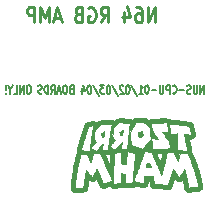
<source format=gbo>
%TF.GenerationSoftware,KiCad,Pcbnew,(5.1.2-1)-1*%
%TF.CreationDate,2020-12-17T17:00:40+01:00*%
%TF.ProjectId,n64_rgb_amp,6e36345f-7267-4625-9f61-6d702e6b6963,1.1*%
%TF.SameCoordinates,Original*%
%TF.FileFunction,Legend,Bot*%
%TF.FilePolarity,Positive*%
%FSLAX46Y46*%
G04 Gerber Fmt 4.6, Leading zero omitted, Abs format (unit mm)*
G04 Created by KiCad (PCBNEW (5.1.2-1)-1) date 2020-12-17 17:00:40*
%MOMM*%
%LPD*%
G04 APERTURE LIST*
%ADD10C,0.137500*%
%ADD11C,0.270000*%
%ADD12C,0.010000*%
G04 APERTURE END LIST*
D10*
X156870952Y-102256666D02*
X156870952Y-101556666D01*
X156556666Y-102256666D01*
X156556666Y-101556666D01*
X156294761Y-101556666D02*
X156294761Y-102123333D01*
X156268571Y-102190000D01*
X156242380Y-102223333D01*
X156190000Y-102256666D01*
X156085238Y-102256666D01*
X156032857Y-102223333D01*
X156006666Y-102190000D01*
X155980476Y-102123333D01*
X155980476Y-101556666D01*
X155744761Y-102223333D02*
X155666190Y-102256666D01*
X155535238Y-102256666D01*
X155482857Y-102223333D01*
X155456666Y-102190000D01*
X155430476Y-102123333D01*
X155430476Y-102056666D01*
X155456666Y-101990000D01*
X155482857Y-101956666D01*
X155535238Y-101923333D01*
X155640000Y-101890000D01*
X155692380Y-101856666D01*
X155718571Y-101823333D01*
X155744761Y-101756666D01*
X155744761Y-101690000D01*
X155718571Y-101623333D01*
X155692380Y-101590000D01*
X155640000Y-101556666D01*
X155509047Y-101556666D01*
X155430476Y-101590000D01*
X155194761Y-101990000D02*
X154775714Y-101990000D01*
X154199523Y-102190000D02*
X154225714Y-102223333D01*
X154304285Y-102256666D01*
X154356666Y-102256666D01*
X154435238Y-102223333D01*
X154487619Y-102156666D01*
X154513809Y-102090000D01*
X154540000Y-101956666D01*
X154540000Y-101856666D01*
X154513809Y-101723333D01*
X154487619Y-101656666D01*
X154435238Y-101590000D01*
X154356666Y-101556666D01*
X154304285Y-101556666D01*
X154225714Y-101590000D01*
X154199523Y-101623333D01*
X153963809Y-102256666D02*
X153963809Y-101556666D01*
X153754285Y-101556666D01*
X153701904Y-101590000D01*
X153675714Y-101623333D01*
X153649523Y-101690000D01*
X153649523Y-101790000D01*
X153675714Y-101856666D01*
X153701904Y-101890000D01*
X153754285Y-101923333D01*
X153963809Y-101923333D01*
X153413809Y-101556666D02*
X153413809Y-102123333D01*
X153387619Y-102190000D01*
X153361428Y-102223333D01*
X153309047Y-102256666D01*
X153204285Y-102256666D01*
X153151904Y-102223333D01*
X153125714Y-102190000D01*
X153099523Y-102123333D01*
X153099523Y-101556666D01*
X152837619Y-101990000D02*
X152418571Y-101990000D01*
X152051904Y-101556666D02*
X151999523Y-101556666D01*
X151947142Y-101590000D01*
X151920952Y-101623333D01*
X151894761Y-101690000D01*
X151868571Y-101823333D01*
X151868571Y-101990000D01*
X151894761Y-102123333D01*
X151920952Y-102190000D01*
X151947142Y-102223333D01*
X151999523Y-102256666D01*
X152051904Y-102256666D01*
X152104285Y-102223333D01*
X152130476Y-102190000D01*
X152156666Y-102123333D01*
X152182857Y-101990000D01*
X152182857Y-101823333D01*
X152156666Y-101690000D01*
X152130476Y-101623333D01*
X152104285Y-101590000D01*
X152051904Y-101556666D01*
X151344761Y-102256666D02*
X151659047Y-102256666D01*
X151501904Y-102256666D02*
X151501904Y-101556666D01*
X151554285Y-101656666D01*
X151606666Y-101723333D01*
X151659047Y-101756666D01*
X150716190Y-101523333D02*
X151187619Y-102423333D01*
X150428095Y-101556666D02*
X150375714Y-101556666D01*
X150323333Y-101590000D01*
X150297142Y-101623333D01*
X150270952Y-101690000D01*
X150244761Y-101823333D01*
X150244761Y-101990000D01*
X150270952Y-102123333D01*
X150297142Y-102190000D01*
X150323333Y-102223333D01*
X150375714Y-102256666D01*
X150428095Y-102256666D01*
X150480476Y-102223333D01*
X150506666Y-102190000D01*
X150532857Y-102123333D01*
X150559047Y-101990000D01*
X150559047Y-101823333D01*
X150532857Y-101690000D01*
X150506666Y-101623333D01*
X150480476Y-101590000D01*
X150428095Y-101556666D01*
X150035238Y-101623333D02*
X150009047Y-101590000D01*
X149956666Y-101556666D01*
X149825714Y-101556666D01*
X149773333Y-101590000D01*
X149747142Y-101623333D01*
X149720952Y-101690000D01*
X149720952Y-101756666D01*
X149747142Y-101856666D01*
X150061428Y-102256666D01*
X149720952Y-102256666D01*
X149092380Y-101523333D02*
X149563809Y-102423333D01*
X148804285Y-101556666D02*
X148751904Y-101556666D01*
X148699523Y-101590000D01*
X148673333Y-101623333D01*
X148647142Y-101690000D01*
X148620952Y-101823333D01*
X148620952Y-101990000D01*
X148647142Y-102123333D01*
X148673333Y-102190000D01*
X148699523Y-102223333D01*
X148751904Y-102256666D01*
X148804285Y-102256666D01*
X148856666Y-102223333D01*
X148882857Y-102190000D01*
X148909047Y-102123333D01*
X148935238Y-101990000D01*
X148935238Y-101823333D01*
X148909047Y-101690000D01*
X148882857Y-101623333D01*
X148856666Y-101590000D01*
X148804285Y-101556666D01*
X148437619Y-101556666D02*
X148097142Y-101556666D01*
X148280476Y-101823333D01*
X148201904Y-101823333D01*
X148149523Y-101856666D01*
X148123333Y-101890000D01*
X148097142Y-101956666D01*
X148097142Y-102123333D01*
X148123333Y-102190000D01*
X148149523Y-102223333D01*
X148201904Y-102256666D01*
X148359047Y-102256666D01*
X148411428Y-102223333D01*
X148437619Y-102190000D01*
X147468571Y-101523333D02*
X147939999Y-102423333D01*
X147180476Y-101556666D02*
X147128095Y-101556666D01*
X147075714Y-101590000D01*
X147049523Y-101623333D01*
X147023333Y-101690000D01*
X146997142Y-101823333D01*
X146997142Y-101990000D01*
X147023333Y-102123333D01*
X147049523Y-102190000D01*
X147075714Y-102223333D01*
X147128095Y-102256666D01*
X147180476Y-102256666D01*
X147232857Y-102223333D01*
X147259047Y-102190000D01*
X147285238Y-102123333D01*
X147311428Y-101990000D01*
X147311428Y-101823333D01*
X147285238Y-101690000D01*
X147259047Y-101623333D01*
X147232857Y-101590000D01*
X147180476Y-101556666D01*
X146525714Y-101790000D02*
X146525714Y-102256666D01*
X146656666Y-101523333D02*
X146787619Y-102023333D01*
X146447142Y-102023333D01*
X145635238Y-101890000D02*
X145556666Y-101923333D01*
X145530476Y-101956666D01*
X145504285Y-102023333D01*
X145504285Y-102123333D01*
X145530476Y-102190000D01*
X145556666Y-102223333D01*
X145609047Y-102256666D01*
X145818571Y-102256666D01*
X145818571Y-101556666D01*
X145635238Y-101556666D01*
X145582857Y-101590000D01*
X145556666Y-101623333D01*
X145530476Y-101690000D01*
X145530476Y-101756666D01*
X145556666Y-101823333D01*
X145582857Y-101856666D01*
X145635238Y-101890000D01*
X145818571Y-101890000D01*
X145163809Y-101556666D02*
X145059047Y-101556666D01*
X145006666Y-101590000D01*
X144954285Y-101656666D01*
X144928095Y-101790000D01*
X144928095Y-102023333D01*
X144954285Y-102156666D01*
X145006666Y-102223333D01*
X145059047Y-102256666D01*
X145163809Y-102256666D01*
X145216190Y-102223333D01*
X145268571Y-102156666D01*
X145294761Y-102023333D01*
X145294761Y-101790000D01*
X145268571Y-101656666D01*
X145216190Y-101590000D01*
X145163809Y-101556666D01*
X144718571Y-102056666D02*
X144456666Y-102056666D01*
X144770952Y-102256666D02*
X144587619Y-101556666D01*
X144404285Y-102256666D01*
X143906666Y-102256666D02*
X144089999Y-101923333D01*
X144220952Y-102256666D02*
X144220952Y-101556666D01*
X144011428Y-101556666D01*
X143959047Y-101590000D01*
X143932857Y-101623333D01*
X143906666Y-101690000D01*
X143906666Y-101790000D01*
X143932857Y-101856666D01*
X143959047Y-101890000D01*
X144011428Y-101923333D01*
X144220952Y-101923333D01*
X143670952Y-102256666D02*
X143670952Y-101556666D01*
X143539999Y-101556666D01*
X143461428Y-101590000D01*
X143409047Y-101656666D01*
X143382857Y-101723333D01*
X143356666Y-101856666D01*
X143356666Y-101956666D01*
X143382857Y-102090000D01*
X143409047Y-102156666D01*
X143461428Y-102223333D01*
X143539999Y-102256666D01*
X143670952Y-102256666D01*
X143147142Y-102223333D02*
X143068571Y-102256666D01*
X142937619Y-102256666D01*
X142885238Y-102223333D01*
X142859047Y-102190000D01*
X142832857Y-102123333D01*
X142832857Y-102056666D01*
X142859047Y-101990000D01*
X142885238Y-101956666D01*
X142937619Y-101923333D01*
X143042380Y-101890000D01*
X143094761Y-101856666D01*
X143120952Y-101823333D01*
X143147142Y-101756666D01*
X143147142Y-101690000D01*
X143120952Y-101623333D01*
X143094761Y-101590000D01*
X143042380Y-101556666D01*
X142911428Y-101556666D01*
X142832857Y-101590000D01*
X142073333Y-101556666D02*
X141968571Y-101556666D01*
X141916190Y-101590000D01*
X141863809Y-101656666D01*
X141837619Y-101790000D01*
X141837619Y-102023333D01*
X141863809Y-102156666D01*
X141916190Y-102223333D01*
X141968571Y-102256666D01*
X142073333Y-102256666D01*
X142125714Y-102223333D01*
X142178095Y-102156666D01*
X142204285Y-102023333D01*
X142204285Y-101790000D01*
X142178095Y-101656666D01*
X142125714Y-101590000D01*
X142073333Y-101556666D01*
X141601904Y-102256666D02*
X141601904Y-101556666D01*
X141287619Y-102256666D01*
X141287619Y-101556666D01*
X140763809Y-102256666D02*
X141025714Y-102256666D01*
X141025714Y-101556666D01*
X140475714Y-101923333D02*
X140475714Y-102256666D01*
X140659047Y-101556666D02*
X140475714Y-101923333D01*
X140292380Y-101556666D01*
X140109047Y-102190000D02*
X140082857Y-102223333D01*
X140109047Y-102256666D01*
X140135238Y-102223333D01*
X140109047Y-102190000D01*
X140109047Y-102256666D01*
X140109047Y-101990000D02*
X140135238Y-101590000D01*
X140109047Y-101556666D01*
X140082857Y-101590000D01*
X140109047Y-101990000D01*
X140109047Y-101556666D01*
D11*
X152730000Y-96228095D02*
X152730000Y-94928095D01*
X152112857Y-96228095D01*
X152112857Y-94928095D01*
X151135714Y-94928095D02*
X151341428Y-94928095D01*
X151444285Y-94990000D01*
X151495714Y-95051904D01*
X151598571Y-95237619D01*
X151650000Y-95485238D01*
X151650000Y-95980476D01*
X151598571Y-96104285D01*
X151547142Y-96166190D01*
X151444285Y-96228095D01*
X151238571Y-96228095D01*
X151135714Y-96166190D01*
X151084285Y-96104285D01*
X151032857Y-95980476D01*
X151032857Y-95670952D01*
X151084285Y-95547142D01*
X151135714Y-95485238D01*
X151238571Y-95423333D01*
X151444285Y-95423333D01*
X151547142Y-95485238D01*
X151598571Y-95547142D01*
X151650000Y-95670952D01*
X150107142Y-95361428D02*
X150107142Y-96228095D01*
X150364285Y-94866190D02*
X150621428Y-95794761D01*
X149952857Y-95794761D01*
X148101428Y-96228095D02*
X148461428Y-95609047D01*
X148718571Y-96228095D02*
X148718571Y-94928095D01*
X148307142Y-94928095D01*
X148204285Y-94990000D01*
X148152857Y-95051904D01*
X148101428Y-95175714D01*
X148101428Y-95361428D01*
X148152857Y-95485238D01*
X148204285Y-95547142D01*
X148307142Y-95609047D01*
X148718571Y-95609047D01*
X147072857Y-94990000D02*
X147175714Y-94928095D01*
X147330000Y-94928095D01*
X147484285Y-94990000D01*
X147587142Y-95113809D01*
X147638571Y-95237619D01*
X147690000Y-95485238D01*
X147690000Y-95670952D01*
X147638571Y-95918571D01*
X147587142Y-96042380D01*
X147484285Y-96166190D01*
X147330000Y-96228095D01*
X147227142Y-96228095D01*
X147072857Y-96166190D01*
X147021428Y-96104285D01*
X147021428Y-95670952D01*
X147227142Y-95670952D01*
X146198571Y-95547142D02*
X146044285Y-95609047D01*
X145992857Y-95670952D01*
X145941428Y-95794761D01*
X145941428Y-95980476D01*
X145992857Y-96104285D01*
X146044285Y-96166190D01*
X146147142Y-96228095D01*
X146558571Y-96228095D01*
X146558571Y-94928095D01*
X146198571Y-94928095D01*
X146095714Y-94990000D01*
X146044285Y-95051904D01*
X145992857Y-95175714D01*
X145992857Y-95299523D01*
X146044285Y-95423333D01*
X146095714Y-95485238D01*
X146198571Y-95547142D01*
X146558571Y-95547142D01*
X144707142Y-95856666D02*
X144192857Y-95856666D01*
X144810000Y-96228095D02*
X144450000Y-94928095D01*
X144090000Y-96228095D01*
X143730000Y-96228095D02*
X143730000Y-94928095D01*
X143370000Y-95856666D01*
X143010000Y-94928095D01*
X143010000Y-96228095D01*
X142495714Y-96228095D02*
X142495714Y-94928095D01*
X142084285Y-94928095D01*
X141981428Y-94990000D01*
X141930000Y-95051904D01*
X141878571Y-95175714D01*
X141878571Y-95361428D01*
X141930000Y-95485238D01*
X141981428Y-95547142D01*
X142084285Y-95609047D01*
X142495714Y-95609047D01*
D12*
G36*
X151557694Y-105458596D02*
G01*
X151521707Y-105466370D01*
X151470526Y-105479396D01*
X151428144Y-105491096D01*
X151288950Y-105530670D01*
X151280131Y-105624029D01*
X151275236Y-105689281D01*
X151271989Y-105758213D01*
X151271212Y-105798350D01*
X151271111Y-105879312D01*
X151369537Y-105928878D01*
X151417780Y-105952393D01*
X151456590Y-105969872D01*
X151478896Y-105978165D01*
X151480817Y-105978444D01*
X151496177Y-105969407D01*
X151526635Y-105945179D01*
X151566904Y-105910092D01*
X151589366Y-105889550D01*
X151685059Y-105800655D01*
X151631416Y-105632022D01*
X151610645Y-105567516D01*
X151592752Y-105513421D01*
X151579535Y-105475074D01*
X151572795Y-105457808D01*
X151572555Y-105457456D01*
X151557694Y-105458596D01*
X151557694Y-105458596D01*
G37*
X151557694Y-105458596D02*
X151521707Y-105466370D01*
X151470526Y-105479396D01*
X151428144Y-105491096D01*
X151288950Y-105530670D01*
X151280131Y-105624029D01*
X151275236Y-105689281D01*
X151271989Y-105758213D01*
X151271212Y-105798350D01*
X151271111Y-105879312D01*
X151369537Y-105928878D01*
X151417780Y-105952393D01*
X151456590Y-105969872D01*
X151478896Y-105978165D01*
X151480817Y-105978444D01*
X151496177Y-105969407D01*
X151526635Y-105945179D01*
X151566904Y-105910092D01*
X151589366Y-105889550D01*
X151685059Y-105800655D01*
X151631416Y-105632022D01*
X151610645Y-105567516D01*
X151592752Y-105513421D01*
X151579535Y-105475074D01*
X151572795Y-105457808D01*
X151572555Y-105457456D01*
X151557694Y-105458596D01*
G36*
X149952826Y-105348124D02*
G01*
X149933505Y-105359071D01*
X149899015Y-105381663D01*
X149855028Y-105411855D01*
X149807217Y-105445604D01*
X149761253Y-105478867D01*
X149722809Y-105507602D01*
X149697558Y-105527765D01*
X149690667Y-105534987D01*
X149696165Y-105549017D01*
X149710977Y-105582958D01*
X149732583Y-105631099D01*
X149749121Y-105667397D01*
X149778047Y-105728714D01*
X149800842Y-105767768D01*
X149822737Y-105788127D01*
X149848961Y-105793362D01*
X149884746Y-105787045D01*
X149912917Y-105779213D01*
X149958778Y-105765971D01*
X149958778Y-105620177D01*
X149959708Y-105550021D01*
X149962204Y-105482357D01*
X149965824Y-105427327D01*
X149968076Y-105406543D01*
X149972558Y-105366401D01*
X149970432Y-105348100D01*
X149960153Y-105345721D01*
X149952826Y-105348124D01*
X149952826Y-105348124D01*
G37*
X149952826Y-105348124D02*
X149933505Y-105359071D01*
X149899015Y-105381663D01*
X149855028Y-105411855D01*
X149807217Y-105445604D01*
X149761253Y-105478867D01*
X149722809Y-105507602D01*
X149697558Y-105527765D01*
X149690667Y-105534987D01*
X149696165Y-105549017D01*
X149710977Y-105582958D01*
X149732583Y-105631099D01*
X149749121Y-105667397D01*
X149778047Y-105728714D01*
X149800842Y-105767768D01*
X149822737Y-105788127D01*
X149848961Y-105793362D01*
X149884746Y-105787045D01*
X149912917Y-105779213D01*
X149958778Y-105765971D01*
X149958778Y-105620177D01*
X149959708Y-105550021D01*
X149962204Y-105482357D01*
X149965824Y-105427327D01*
X149968076Y-105406543D01*
X149972558Y-105366401D01*
X149970432Y-105348100D01*
X149960153Y-105345721D01*
X149952826Y-105348124D01*
G36*
X148386632Y-105464808D02*
G01*
X148357743Y-105483792D01*
X148317065Y-105512051D01*
X148269953Y-105545707D01*
X148221763Y-105580880D01*
X148177850Y-105613691D01*
X148143572Y-105640261D01*
X148124284Y-105656710D01*
X148122354Y-105658894D01*
X148123841Y-105676625D01*
X148135468Y-105713202D01*
X148155012Y-105762097D01*
X148165747Y-105786272D01*
X148196718Y-105848655D01*
X148223833Y-105887124D01*
X148251817Y-105904655D01*
X148285398Y-105904220D01*
X148328945Y-105888947D01*
X148371278Y-105870644D01*
X148386321Y-105667017D01*
X148391461Y-105594508D01*
X148395426Y-105532766D01*
X148397922Y-105486884D01*
X148398653Y-105461958D01*
X148398374Y-105458979D01*
X148386632Y-105464808D01*
X148386632Y-105464808D01*
G37*
X148386632Y-105464808D02*
X148357743Y-105483792D01*
X148317065Y-105512051D01*
X148269953Y-105545707D01*
X148221763Y-105580880D01*
X148177850Y-105613691D01*
X148143572Y-105640261D01*
X148124284Y-105656710D01*
X148122354Y-105658894D01*
X148123841Y-105676625D01*
X148135468Y-105713202D01*
X148155012Y-105762097D01*
X148165747Y-105786272D01*
X148196718Y-105848655D01*
X148223833Y-105887124D01*
X148251817Y-105904655D01*
X148285398Y-105904220D01*
X148328945Y-105888947D01*
X148371278Y-105870644D01*
X148386321Y-105667017D01*
X148391461Y-105594508D01*
X148395426Y-105532766D01*
X148397922Y-105486884D01*
X148398653Y-105461958D01*
X148398374Y-105458979D01*
X148386632Y-105464808D01*
G36*
X151971388Y-108292012D02*
G01*
X151952577Y-108359757D01*
X151936879Y-108417327D01*
X151925699Y-108459486D01*
X151920445Y-108480996D01*
X151920222Y-108482512D01*
X151933770Y-108485836D01*
X151972270Y-108487418D01*
X152032507Y-108487287D01*
X152111266Y-108485469D01*
X152205334Y-108481989D01*
X152254418Y-108479764D01*
X152355781Y-108474913D01*
X152343396Y-108436706D01*
X152334180Y-108407377D01*
X152319181Y-108358676D01*
X152300746Y-108298258D01*
X152287288Y-108253861D01*
X152243566Y-108109222D01*
X152022554Y-108109222D01*
X151971388Y-108292012D01*
X151971388Y-108292012D01*
G37*
X151971388Y-108292012D02*
X151952577Y-108359757D01*
X151936879Y-108417327D01*
X151925699Y-108459486D01*
X151920445Y-108480996D01*
X151920222Y-108482512D01*
X151933770Y-108485836D01*
X151972270Y-108487418D01*
X152032507Y-108487287D01*
X152111266Y-108485469D01*
X152205334Y-108481989D01*
X152254418Y-108479764D01*
X152355781Y-108474913D01*
X152343396Y-108436706D01*
X152334180Y-108407377D01*
X152319181Y-108358676D01*
X152300746Y-108298258D01*
X152287288Y-108253861D01*
X152243566Y-108109222D01*
X152022554Y-108109222D01*
X151971388Y-108292012D01*
G36*
X151321646Y-104301776D02*
G01*
X151233192Y-104303172D01*
X151157260Y-104305930D01*
X151098943Y-104310117D01*
X151069304Y-104314343D01*
X151009850Y-104332497D01*
X150949133Y-104360199D01*
X150895530Y-104392754D01*
X150857419Y-104425471D01*
X150847917Y-104438356D01*
X150825776Y-104474869D01*
X150809721Y-104489903D01*
X150792014Y-104486586D01*
X150768310Y-104470522D01*
X150723458Y-104447710D01*
X150654380Y-104427486D01*
X150560007Y-104409635D01*
X150439274Y-104393942D01*
X150339778Y-104384238D01*
X150242787Y-104377100D01*
X150137066Y-104371598D01*
X150027227Y-104367750D01*
X149917885Y-104365579D01*
X149813653Y-104365105D01*
X149719144Y-104366349D01*
X149638973Y-104369334D01*
X149577752Y-104374079D01*
X149540163Y-104380584D01*
X149489368Y-104405550D01*
X149425275Y-104453147D01*
X149377036Y-104495893D01*
X149272692Y-104593339D01*
X149229155Y-104565774D01*
X149192263Y-104545963D01*
X149148758Y-104530171D01*
X149095510Y-104518086D01*
X149029389Y-104509394D01*
X148947265Y-104503781D01*
X148846007Y-104500934D01*
X148722485Y-104500539D01*
X148592256Y-104501980D01*
X148441259Y-104505063D01*
X148315100Y-104509664D01*
X148210407Y-104516542D01*
X148123805Y-104526455D01*
X148051922Y-104540162D01*
X147991383Y-104558420D01*
X147938816Y-104581988D01*
X147890847Y-104611622D01*
X147844103Y-104648083D01*
X147810833Y-104677586D01*
X147772500Y-104712820D01*
X147719111Y-104677735D01*
X147660417Y-104645945D01*
X147594569Y-104624403D01*
X147518320Y-104613051D01*
X147428421Y-104611833D01*
X147321622Y-104620692D01*
X147194675Y-104639571D01*
X147055384Y-104666133D01*
X146968887Y-104687472D01*
X146906845Y-104711316D01*
X146875913Y-104730253D01*
X146824488Y-104780300D01*
X146775915Y-104846019D01*
X146738482Y-104915389D01*
X146726940Y-104946334D01*
X146712989Y-104988482D01*
X146699750Y-105023154D01*
X146698522Y-105025944D01*
X146690253Y-105047623D01*
X146674674Y-105091436D01*
X146653361Y-105152731D01*
X146627889Y-105226855D01*
X146599835Y-105309156D01*
X146570775Y-105394982D01*
X146542285Y-105479679D01*
X146515941Y-105558597D01*
X146493320Y-105627082D01*
X146475996Y-105680482D01*
X146466675Y-105710333D01*
X146453332Y-105754063D01*
X146434868Y-105813561D01*
X146414739Y-105877709D01*
X146409658Y-105893778D01*
X146381984Y-105983757D01*
X146349281Y-106094315D01*
X146313302Y-106219153D01*
X146275799Y-106351973D01*
X146238526Y-106486477D01*
X146203234Y-106616367D01*
X146171676Y-106735345D01*
X146145604Y-106837113D01*
X146134153Y-106883825D01*
X146118550Y-106953792D01*
X146110448Y-107005984D01*
X146109035Y-107049597D01*
X146113501Y-107093826D01*
X146114864Y-107102547D01*
X146121313Y-107155189D01*
X146119138Y-107192608D01*
X146107324Y-107226761D01*
X146103675Y-107234333D01*
X146093468Y-107262129D01*
X146077963Y-107313935D01*
X146058039Y-107386224D01*
X146034571Y-107475466D01*
X146008436Y-107578133D01*
X145980511Y-107690698D01*
X145951673Y-107809631D01*
X145922798Y-107931405D01*
X145894763Y-108052491D01*
X145868444Y-108169361D01*
X145847716Y-108264444D01*
X145807496Y-108459775D01*
X145768156Y-108664895D01*
X145730933Y-108872615D01*
X145697065Y-109075743D01*
X145667788Y-109267088D01*
X145644341Y-109439460D01*
X145641324Y-109463889D01*
X145632395Y-109534885D01*
X145622863Y-109606809D01*
X145614388Y-109667240D01*
X145612095Y-109682611D01*
X145590828Y-109837186D01*
X145575672Y-109980782D01*
X145566765Y-110110217D01*
X145564246Y-110222314D01*
X145568254Y-110313891D01*
X145578927Y-110381770D01*
X145581247Y-110390167D01*
X145613315Y-110454748D01*
X145665971Y-110514707D01*
X145731698Y-110562837D01*
X145787001Y-110587466D01*
X145856940Y-110602336D01*
X145952998Y-110611030D01*
X146073747Y-110613502D01*
X146217757Y-110609705D01*
X146311056Y-110604632D01*
X146450367Y-110594294D01*
X146564812Y-110582084D01*
X146657729Y-110567181D01*
X146732453Y-110548761D01*
X146792322Y-110526001D01*
X146840673Y-110498078D01*
X146880843Y-110464170D01*
X146880896Y-110464118D01*
X146913996Y-110426064D01*
X146940058Y-110382970D01*
X146960617Y-110330039D01*
X146977210Y-110262474D01*
X146991373Y-110175480D01*
X147002418Y-110084778D01*
X147019452Y-109932305D01*
X147034590Y-109800840D01*
X147047675Y-109691650D01*
X147058547Y-109605998D01*
X147067049Y-109545152D01*
X147073022Y-109510376D01*
X147075302Y-109502588D01*
X147088394Y-109505347D01*
X147115802Y-109523482D01*
X147148158Y-109550114D01*
X147192638Y-109585912D01*
X147237722Y-109616418D01*
X147263556Y-109630292D01*
X147315748Y-109644426D01*
X147383770Y-109651361D01*
X147456108Y-109650888D01*
X147521248Y-109642795D01*
X147548436Y-109635512D01*
X147601353Y-109607290D01*
X147656461Y-109562168D01*
X147704265Y-109508933D01*
X147730631Y-109466900D01*
X147752830Y-109421063D01*
X147770626Y-109481282D01*
X147788687Y-109532836D01*
X147810445Y-109582883D01*
X147814520Y-109590889D01*
X147829158Y-109621536D01*
X147851665Y-109672223D01*
X147879378Y-109736804D01*
X147909637Y-109809133D01*
X147921438Y-109837833D01*
X147952574Y-109911873D01*
X147983085Y-109980765D01*
X148010090Y-110038254D01*
X148030709Y-110078080D01*
X148036191Y-110087161D01*
X148096912Y-110154470D01*
X148177811Y-110202491D01*
X148259031Y-110227147D01*
X148309025Y-110235509D01*
X148351375Y-110236756D01*
X148398266Y-110230353D01*
X148449531Y-110218806D01*
X148503048Y-110205124D01*
X148547404Y-110192636D01*
X148574042Y-110183771D01*
X148575889Y-110182948D01*
X148622385Y-110162256D01*
X148675697Y-110142467D01*
X148744678Y-110120387D01*
X148772495Y-110112023D01*
X148877378Y-110080833D01*
X148906550Y-110115648D01*
X148973691Y-110174043D01*
X149061287Y-110214334D01*
X149167888Y-110236212D01*
X149292048Y-110239371D01*
X149422556Y-110225149D01*
X149470957Y-110218185D01*
X149536838Y-110210045D01*
X149609563Y-110202002D01*
X149648333Y-110198110D01*
X149750741Y-110186753D01*
X149837838Y-110174061D01*
X149906105Y-110160688D01*
X149952022Y-110147286D01*
X149968417Y-110138707D01*
X149994655Y-110134998D01*
X150017806Y-110145745D01*
X150052615Y-110163751D01*
X150094653Y-110177316D01*
X150147544Y-110186780D01*
X150214911Y-110192481D01*
X150300380Y-110194760D01*
X150407574Y-110193955D01*
X150506148Y-110191479D01*
X150639183Y-110186532D01*
X150747311Y-110180089D01*
X150833835Y-110171440D01*
X150902061Y-110159875D01*
X150955292Y-110144681D01*
X150996831Y-110125148D01*
X151029984Y-110100564D01*
X151055630Y-110073229D01*
X151066320Y-110064392D01*
X151083227Y-110061200D01*
X151111703Y-110064169D01*
X151157098Y-110073817D01*
X151217908Y-110088909D01*
X151288428Y-110107214D01*
X151358225Y-110125873D01*
X151416835Y-110142065D01*
X151440445Y-110148878D01*
X151529497Y-110174789D01*
X151597177Y-110192848D01*
X151648972Y-110203873D01*
X151690369Y-110208679D01*
X151726854Y-110208083D01*
X151763915Y-110202901D01*
X151781034Y-110199540D01*
X151874919Y-110170778D01*
X151948462Y-110126091D01*
X152004004Y-110062914D01*
X152043882Y-109978682D01*
X152067884Y-109885066D01*
X152080228Y-109819962D01*
X152092612Y-109755891D01*
X152102641Y-109705221D01*
X152103869Y-109699173D01*
X152112335Y-109649144D01*
X152117265Y-109603410D01*
X152117778Y-109589812D01*
X152120262Y-109562962D01*
X152133193Y-109551304D01*
X152164791Y-109548580D01*
X152171962Y-109548556D01*
X152226147Y-109548556D01*
X152242790Y-109643806D01*
X152253591Y-109709833D01*
X152264943Y-109785760D01*
X152273034Y-109844889D01*
X152291565Y-109958295D01*
X152314846Y-110048775D01*
X152342285Y-110114264D01*
X152356486Y-110135871D01*
X152409039Y-110189684D01*
X152472002Y-110228653D01*
X152548258Y-110253315D01*
X152640689Y-110264207D01*
X152752178Y-110261866D01*
X152885607Y-110246830D01*
X152922111Y-110241249D01*
X152944863Y-110238074D01*
X152967693Y-110236461D01*
X152993597Y-110236922D01*
X153025572Y-110239974D01*
X153066612Y-110246131D01*
X153119713Y-110255908D01*
X153187871Y-110269819D01*
X153274080Y-110288380D01*
X153381338Y-110312106D01*
X153512639Y-110341511D01*
X153535945Y-110346747D01*
X153627951Y-110365907D01*
X153700368Y-110376749D01*
X153760477Y-110379579D01*
X153815561Y-110374705D01*
X153872901Y-110362434D01*
X153877655Y-110361182D01*
X153952086Y-110333116D01*
X154013011Y-110290378D01*
X154063292Y-110229555D01*
X154105790Y-110147234D01*
X154141370Y-110046631D01*
X154162389Y-109977862D01*
X154187995Y-109894867D01*
X154216095Y-109804347D01*
X154244596Y-109713005D01*
X154271408Y-109627542D01*
X154294438Y-109554660D01*
X154311595Y-109501060D01*
X154313517Y-109495146D01*
X154325652Y-109453108D01*
X154332592Y-109419767D01*
X154333222Y-109412196D01*
X154340201Y-109412911D01*
X154358912Y-109433536D01*
X154386022Y-109470120D01*
X154402125Y-109493828D01*
X154454593Y-109565581D01*
X154505061Y-109615738D01*
X154560444Y-109649481D01*
X154627658Y-109671991D01*
X154645387Y-109676096D01*
X154736829Y-109683854D01*
X154826702Y-109669496D01*
X154908715Y-109635377D01*
X154976579Y-109583850D01*
X155012227Y-109538796D01*
X155031948Y-109509885D01*
X155045208Y-109495930D01*
X155047204Y-109495833D01*
X155053446Y-109513045D01*
X155063370Y-109553300D01*
X155076042Y-109611799D01*
X155090529Y-109683744D01*
X155105900Y-109764335D01*
X155121220Y-109848773D01*
X155135556Y-109932259D01*
X155147977Y-110009994D01*
X155150727Y-110028333D01*
X155162849Y-110107971D01*
X155175063Y-110183911D01*
X155186134Y-110248744D01*
X155194827Y-110295060D01*
X155196621Y-110303500D01*
X155227941Y-110392479D01*
X155278968Y-110462783D01*
X155351228Y-110515885D01*
X155446246Y-110553260D01*
X155458407Y-110556540D01*
X155486792Y-110563364D01*
X155513942Y-110567980D01*
X155544070Y-110570238D01*
X155581392Y-110569991D01*
X155630121Y-110567091D01*
X155694472Y-110561390D01*
X155778659Y-110552739D01*
X155880342Y-110541709D01*
X155981984Y-110530614D01*
X156080788Y-110519918D01*
X156171140Y-110510221D01*
X156247424Y-110502124D01*
X156304026Y-110496230D01*
X156322889Y-110494326D01*
X156401741Y-110485129D01*
X156460144Y-110474235D01*
X156505866Y-110459488D01*
X156546678Y-110438731D01*
X156565177Y-110427076D01*
X156625906Y-110371580D01*
X156674036Y-110296735D01*
X156705938Y-110209950D01*
X156715967Y-110133915D01*
X156372278Y-110133915D01*
X156019500Y-110171267D01*
X155920914Y-110181763D01*
X155830100Y-110191543D01*
X155751322Y-110200137D01*
X155688844Y-110207079D01*
X155646928Y-110211900D01*
X155631445Y-110213858D01*
X155594958Y-110219386D01*
X155567975Y-110221136D01*
X155548355Y-110215558D01*
X155533955Y-110199100D01*
X155522633Y-110168211D01*
X155512246Y-110119340D01*
X155500651Y-110048935D01*
X155489730Y-109978944D01*
X155472975Y-109876836D01*
X155453054Y-109762686D01*
X155432148Y-109648608D01*
X155412442Y-109546715D01*
X155407090Y-109520333D01*
X155391636Y-109448308D01*
X155372288Y-109362924D01*
X155350083Y-109268308D01*
X155326059Y-109168590D01*
X155301254Y-109067899D01*
X155276707Y-108970363D01*
X155253454Y-108880112D01*
X155232534Y-108801275D01*
X155214986Y-108737979D01*
X155201846Y-108694355D01*
X155194678Y-108675379D01*
X155186002Y-108676622D01*
X155167367Y-108695485D01*
X155137853Y-108733217D01*
X155096541Y-108791067D01*
X155042514Y-108870284D01*
X154974853Y-108972116D01*
X154961539Y-108992359D01*
X154904158Y-109079553D01*
X154851570Y-109159151D01*
X154805829Y-109228067D01*
X154768991Y-109283215D01*
X154743112Y-109321509D01*
X154730248Y-109339862D01*
X154729446Y-109340839D01*
X154717887Y-109334536D01*
X154694904Y-109308824D01*
X154664171Y-109268138D01*
X154639245Y-109231969D01*
X154600269Y-109174465D01*
X154549121Y-109100541D01*
X154490294Y-109016554D01*
X154428278Y-108928861D01*
X154367565Y-108843822D01*
X154312647Y-108767793D01*
X154277236Y-108719528D01*
X154253459Y-108690639D01*
X154235771Y-108674736D01*
X154232720Y-108673667D01*
X154225925Y-108686611D01*
X154211701Y-108723362D01*
X154191068Y-108780799D01*
X154165045Y-108855801D01*
X154134651Y-108945245D01*
X154100903Y-109046012D01*
X154064822Y-109154979D01*
X154027426Y-109269025D01*
X153989733Y-109385029D01*
X153952764Y-109499869D01*
X153917535Y-109610425D01*
X153885067Y-109713574D01*
X153856377Y-109806196D01*
X153832486Y-109885169D01*
X153814411Y-109947371D01*
X153803176Y-109989661D01*
X153792260Y-110020772D01*
X153781209Y-110036427D01*
X153761997Y-110037357D01*
X153723675Y-110032318D01*
X153674462Y-110022400D01*
X153673411Y-110022156D01*
X153629678Y-110012200D01*
X153564468Y-109997615D01*
X153483886Y-109979754D01*
X153394038Y-109959971D01*
X153301026Y-109939617D01*
X153294548Y-109938205D01*
X153010818Y-109876351D01*
X152885326Y-109895937D01*
X152819282Y-109906079D01*
X152755124Y-109915652D01*
X152704261Y-109922960D01*
X152694048Y-109924358D01*
X152628263Y-109933192D01*
X152618205Y-109850235D01*
X152612851Y-109810211D01*
X152603943Y-109748253D01*
X152592364Y-109670296D01*
X152578996Y-109582277D01*
X152564721Y-109490134D01*
X152563926Y-109485056D01*
X152519705Y-109202833D01*
X152182125Y-109199044D01*
X152087066Y-109198462D01*
X152001367Y-109198861D01*
X151929075Y-109200147D01*
X151874235Y-109202226D01*
X151840891Y-109205004D01*
X151832622Y-109207179D01*
X151826411Y-109225152D01*
X151818337Y-109265245D01*
X151809449Y-109321505D01*
X151800869Y-109387357D01*
X151791405Y-109463593D01*
X151780478Y-109545100D01*
X151768864Y-109626789D01*
X151757338Y-109703568D01*
X151746676Y-109770348D01*
X151737655Y-109822039D01*
X151731049Y-109853550D01*
X151728778Y-109860354D01*
X151714257Y-109859419D01*
X151676712Y-109851916D01*
X151620314Y-109838821D01*
X151549235Y-109821112D01*
X151467646Y-109799764D01*
X151451539Y-109795441D01*
X151357249Y-109770514D01*
X151262094Y-109746200D01*
X151173251Y-109724274D01*
X151097898Y-109706511D01*
X151047123Y-109695463D01*
X150989397Y-109682280D01*
X150942965Y-109668763D01*
X150914263Y-109656936D01*
X150908321Y-109651773D01*
X150910554Y-109631440D01*
X150922634Y-109586304D01*
X150944062Y-109517817D01*
X150974338Y-109427432D01*
X151012962Y-109316604D01*
X151059436Y-109186784D01*
X151113260Y-109039428D01*
X151173935Y-108875987D01*
X151186284Y-108843000D01*
X151225597Y-108737655D01*
X151271818Y-108613021D01*
X151322276Y-108476354D01*
X151374297Y-108334911D01*
X151425208Y-108195948D01*
X151472334Y-108066720D01*
X151477403Y-108052778D01*
X151542226Y-107874342D01*
X151598088Y-107720587D01*
X151645714Y-107589684D01*
X151685828Y-107479807D01*
X151719157Y-107389127D01*
X151746426Y-107315817D01*
X151768359Y-107258049D01*
X151769443Y-107255292D01*
X151401903Y-107255292D01*
X151393707Y-107286055D01*
X151377311Y-107339477D01*
X151376597Y-107335160D01*
X151028191Y-107335160D01*
X151027031Y-107368080D01*
X151024296Y-107412842D01*
X151019873Y-107471252D01*
X151013653Y-107545121D01*
X151005525Y-107636256D01*
X150995378Y-107746466D01*
X150983104Y-107877560D01*
X150968590Y-108031346D01*
X150951726Y-108209633D01*
X150932556Y-108412611D01*
X150917045Y-108577269D01*
X150901681Y-108740689D01*
X150886779Y-108899487D01*
X150872657Y-109050279D01*
X150859631Y-109189680D01*
X150848016Y-109314306D01*
X150838130Y-109420772D01*
X150830288Y-109505694D01*
X150825080Y-109562667D01*
X150817167Y-109645636D01*
X150809439Y-109718730D01*
X150802441Y-109777372D01*
X150796719Y-109816985D01*
X150792857Y-109832952D01*
X150776786Y-109836185D01*
X150736814Y-109839924D01*
X150677251Y-109843893D01*
X150602407Y-109847814D01*
X150516593Y-109851411D01*
X150491702Y-109852305D01*
X150199127Y-109862428D01*
X150195369Y-109477400D01*
X150191611Y-109092373D01*
X150022278Y-109052914D01*
X149954550Y-109037581D01*
X149895011Y-109024931D01*
X149850057Y-109016268D01*
X149826086Y-109012896D01*
X149825983Y-109012894D01*
X149818218Y-109013697D01*
X149812202Y-109018481D01*
X149807803Y-109030263D01*
X149804886Y-109052063D01*
X149803319Y-109086901D01*
X149802967Y-109137794D01*
X149803697Y-109207762D01*
X149805375Y-109299823D01*
X149807868Y-109416997D01*
X149807947Y-109420590D01*
X149816871Y-109828846D01*
X149743186Y-109838031D01*
X149701405Y-109843285D01*
X149639428Y-109851137D01*
X149565052Y-109860598D01*
X149486075Y-109870676D01*
X149471945Y-109872483D01*
X149395850Y-109881897D01*
X149325719Y-109889995D01*
X149268337Y-109896033D01*
X149230491Y-109899266D01*
X149225000Y-109899545D01*
X149175611Y-109901339D01*
X149176763Y-109635409D01*
X149083889Y-109635409D01*
X149070246Y-109649134D01*
X149030094Y-109667897D01*
X148964596Y-109691196D01*
X148925139Y-109703647D01*
X148852623Y-109726286D01*
X148763327Y-109754851D01*
X148667174Y-109786132D01*
X148574086Y-109816919D01*
X148547667Y-109825771D01*
X148473877Y-109849858D01*
X148409615Y-109869453D01*
X148359522Y-109883249D01*
X148328242Y-109889943D01*
X148320066Y-109889749D01*
X148310472Y-109872147D01*
X148291522Y-109830893D01*
X148264291Y-109768561D01*
X148229854Y-109687723D01*
X148189285Y-109590954D01*
X148143659Y-109480824D01*
X148094050Y-109359908D01*
X148041532Y-109230777D01*
X147987181Y-109096006D01*
X147954907Y-109015433D01*
X147905512Y-108892796D01*
X147865189Y-108795014D01*
X147833205Y-108720476D01*
X147808827Y-108667571D01*
X147791324Y-108634691D01*
X147779963Y-108620223D01*
X147775160Y-108620321D01*
X147765157Y-108637340D01*
X147744402Y-108676153D01*
X147714694Y-108733275D01*
X147677829Y-108805220D01*
X147635606Y-108888504D01*
X147589821Y-108979642D01*
X147589350Y-108980583D01*
X147544122Y-109070625D01*
X147502971Y-109151797D01*
X147467576Y-109220848D01*
X147439617Y-109274525D01*
X147420772Y-109309577D01*
X147412722Y-109322751D01*
X147412639Y-109322778D01*
X147401916Y-109312897D01*
X147374520Y-109285041D01*
X147333011Y-109241888D01*
X147279952Y-109186116D01*
X147217901Y-109120404D01*
X147149589Y-109047611D01*
X147080907Y-108974591D01*
X147018391Y-108908853D01*
X146964652Y-108853085D01*
X146922299Y-108809970D01*
X146893941Y-108782195D01*
X146882208Y-108772444D01*
X146876020Y-108785486D01*
X146865533Y-108821425D01*
X146851978Y-108875485D01*
X146836589Y-108942891D01*
X146828491Y-108980583D01*
X146803495Y-109100135D01*
X146782477Y-109203255D01*
X146764683Y-109294837D01*
X146749361Y-109379774D01*
X146735757Y-109462960D01*
X146723116Y-109549287D01*
X146710686Y-109643649D01*
X146697713Y-109750940D01*
X146683443Y-109876052D01*
X146667123Y-110023879D01*
X146665430Y-110039358D01*
X146657389Y-110106586D01*
X146649294Y-110163377D01*
X146642059Y-110203952D01*
X146636599Y-110222534D01*
X146636370Y-110222803D01*
X146617767Y-110228682D01*
X146576425Y-110234679D01*
X146516819Y-110240594D01*
X146443422Y-110246231D01*
X146360709Y-110251390D01*
X146273153Y-110255875D01*
X146185229Y-110259486D01*
X146101412Y-110262026D01*
X146026174Y-110263298D01*
X145963992Y-110263102D01*
X145919338Y-110261242D01*
X145896686Y-110257519D01*
X145894778Y-110255618D01*
X145896411Y-110230816D01*
X145900976Y-110182458D01*
X145907974Y-110114999D01*
X145916903Y-110032896D01*
X145927263Y-109940606D01*
X145938553Y-109842584D01*
X145950274Y-109743286D01*
X145961924Y-109647170D01*
X145973003Y-109558690D01*
X145973396Y-109555611D01*
X145991093Y-109424937D01*
X146012765Y-109277149D01*
X146037386Y-109118407D01*
X146063928Y-108954872D01*
X146091364Y-108792701D01*
X146118665Y-108638056D01*
X146144804Y-108497096D01*
X146168753Y-108375981D01*
X146175865Y-108342056D01*
X146200218Y-108230506D01*
X146226649Y-108114020D01*
X146254318Y-107995899D01*
X146282385Y-107879440D01*
X146310010Y-107767944D01*
X146336354Y-107664711D01*
X146360577Y-107573039D01*
X146381837Y-107496228D01*
X146399297Y-107437579D01*
X146412115Y-107400390D01*
X146418687Y-107388145D01*
X146441032Y-107382515D01*
X146483706Y-107378189D01*
X146538825Y-107375869D01*
X146559360Y-107375660D01*
X146635471Y-107374418D01*
X146721921Y-107371351D01*
X146800937Y-107367101D01*
X146806305Y-107366736D01*
X146931945Y-107358029D01*
X147005328Y-107518431D01*
X147061886Y-107641266D01*
X147113258Y-107751272D01*
X147158424Y-107846356D01*
X147196362Y-107924423D01*
X147226053Y-107983379D01*
X147246477Y-108021131D01*
X147256613Y-108035583D01*
X147257273Y-108035542D01*
X147262832Y-108020886D01*
X147275278Y-107982823D01*
X147293474Y-107925004D01*
X147316283Y-107851079D01*
X147342568Y-107764698D01*
X147367980Y-107680242D01*
X147396340Y-107585936D01*
X147422153Y-107500914D01*
X147444296Y-107428805D01*
X147461647Y-107373243D01*
X147473084Y-107337857D01*
X147477384Y-107326270D01*
X147493417Y-107322812D01*
X147532368Y-107318361D01*
X147589121Y-107313248D01*
X147658560Y-107307804D01*
X147735568Y-107302357D01*
X147815028Y-107297239D01*
X147891825Y-107292778D01*
X147960841Y-107289305D01*
X148016960Y-107287150D01*
X148055065Y-107286643D01*
X148069993Y-107288054D01*
X148077469Y-107303212D01*
X148094009Y-107341135D01*
X148118181Y-107398390D01*
X148148550Y-107471545D01*
X148183683Y-107557168D01*
X148222145Y-107651827D01*
X148227357Y-107664722D01*
X148355241Y-107976422D01*
X148488929Y-108293138D01*
X148623868Y-108604238D01*
X148755509Y-108899085D01*
X148757894Y-108904341D01*
X148793055Y-108982108D01*
X148823835Y-109050786D01*
X148848457Y-109106361D01*
X148865145Y-109144819D01*
X148872121Y-109162147D01*
X148872222Y-109162642D01*
X148877973Y-109176871D01*
X148893924Y-109212343D01*
X148918129Y-109264826D01*
X148948638Y-109330089D01*
X148978056Y-109392419D01*
X149012565Y-109466316D01*
X149042364Y-109532190D01*
X149065472Y-109585492D01*
X149079910Y-109621677D01*
X149083889Y-109635409D01*
X149176763Y-109635409D01*
X149178104Y-109326308D01*
X149179101Y-109183684D01*
X149180824Y-109034590D01*
X149183159Y-108884902D01*
X149185992Y-108740497D01*
X149189209Y-108607251D01*
X149192695Y-108491040D01*
X149195984Y-108405556D01*
X149203541Y-108241483D01*
X149211362Y-108082345D01*
X149219292Y-107930571D01*
X149227179Y-107788592D01*
X149234871Y-107658839D01*
X149242215Y-107543744D01*
X149249060Y-107445736D01*
X149255251Y-107367246D01*
X149258061Y-107337744D01*
X148912682Y-107337744D01*
X148909475Y-107374465D01*
X148909261Y-107376179D01*
X148906362Y-107408233D01*
X148902561Y-107463546D01*
X148898145Y-107537184D01*
X148893404Y-107624208D01*
X148888624Y-107719682D01*
X148886241Y-107770556D01*
X148881527Y-107869589D01*
X148876696Y-107963770D01*
X148872042Y-108047894D01*
X148867860Y-108116759D01*
X148864442Y-108165162D01*
X148863144Y-108179754D01*
X148855205Y-108257342D01*
X148821997Y-108193865D01*
X148799888Y-108148705D01*
X148772945Y-108089568D01*
X148746739Y-108028712D01*
X148745015Y-108024556D01*
X148716985Y-107956863D01*
X148684867Y-107879413D01*
X148655419Y-107808501D01*
X148654309Y-107805833D01*
X148614559Y-107708700D01*
X148566126Y-107587716D01*
X148510065Y-107445521D01*
X148495750Y-107408934D01*
X148505388Y-107399272D01*
X148542621Y-107391042D01*
X148607736Y-107384182D01*
X148613852Y-107383713D01*
X148706905Y-107374609D01*
X148787162Y-107362578D01*
X148849970Y-107348525D01*
X148890678Y-107333352D01*
X148898200Y-107328470D01*
X148909279Y-107323946D01*
X148912682Y-107337744D01*
X149258061Y-107337744D01*
X149260638Y-107310706D01*
X149265066Y-107278547D01*
X149267103Y-107272057D01*
X149285204Y-107265898D01*
X149327225Y-107257961D01*
X149388961Y-107248791D01*
X149466208Y-107238932D01*
X149554759Y-107228928D01*
X149650410Y-107219325D01*
X149727725Y-107212422D01*
X149842395Y-107202772D01*
X149848224Y-107683597D01*
X149849836Y-107797341D01*
X149851765Y-107901967D01*
X149853916Y-107994165D01*
X149856194Y-108070623D01*
X149858502Y-108128030D01*
X149860745Y-108163075D01*
X149862367Y-108172737D01*
X149878760Y-108178136D01*
X149916763Y-108186560D01*
X149970218Y-108196963D01*
X150032968Y-108208295D01*
X150098858Y-108219511D01*
X150161730Y-108229561D01*
X150215428Y-108237399D01*
X150253795Y-108241976D01*
X150270674Y-108242245D01*
X150270715Y-108242222D01*
X150273556Y-108227263D01*
X150276890Y-108188087D01*
X150280492Y-108128690D01*
X150284137Y-108053067D01*
X150287600Y-107965214D01*
X150289489Y-107908564D01*
X150293830Y-107777474D01*
X150298519Y-107650746D01*
X150303402Y-107531441D01*
X150308327Y-107422623D01*
X150313141Y-107327355D01*
X150317690Y-107248699D01*
X150321823Y-107189717D01*
X150325387Y-107153473D01*
X150327689Y-107142940D01*
X150341983Y-107144587D01*
X150379477Y-107151396D01*
X150435811Y-107162454D01*
X150506625Y-107176846D01*
X150587560Y-107193657D01*
X150674256Y-107211971D01*
X150762352Y-107230875D01*
X150847489Y-107249452D01*
X150925307Y-107266789D01*
X150991446Y-107281970D01*
X151001438Y-107284323D01*
X151008222Y-107285002D01*
X151014204Y-107284861D01*
X151019271Y-107285709D01*
X151023314Y-107289354D01*
X151026221Y-107297605D01*
X151027884Y-107312271D01*
X151028191Y-107335160D01*
X151376597Y-107335160D01*
X151368032Y-107283377D01*
X151363307Y-107246904D01*
X151362859Y-107224484D01*
X151363713Y-107222007D01*
X151379178Y-107221596D01*
X151389387Y-107224685D01*
X151401627Y-107234489D01*
X151401903Y-107255292D01*
X151769443Y-107255292D01*
X151785682Y-107213997D01*
X151799121Y-107181831D01*
X151809399Y-107159726D01*
X151817244Y-107145852D01*
X151823379Y-107138383D01*
X151828530Y-107135492D01*
X151833423Y-107135349D01*
X151838782Y-107136129D01*
X151841089Y-107136287D01*
X151868817Y-107138352D01*
X151916513Y-107143313D01*
X151978951Y-107150497D01*
X152050902Y-107159231D01*
X152127139Y-107168843D01*
X152202436Y-107178662D01*
X152271565Y-107188014D01*
X152329299Y-107196228D01*
X152370410Y-107202630D01*
X152389672Y-107206549D01*
X152390420Y-107206944D01*
X152394869Y-107214964D01*
X152405162Y-107235846D01*
X152422033Y-107271158D01*
X152446215Y-107322469D01*
X152478443Y-107391347D01*
X152519450Y-107479360D01*
X152569969Y-107588077D01*
X152630735Y-107719068D01*
X152702480Y-107873899D01*
X152713437Y-107897556D01*
X152769203Y-108019255D01*
X152828051Y-108150000D01*
X152888231Y-108285720D01*
X152947993Y-108422343D01*
X153005584Y-108555797D01*
X153059256Y-108682010D01*
X153107255Y-108796910D01*
X153147833Y-108896427D01*
X153179238Y-108976487D01*
X153191263Y-109008806D01*
X153212000Y-109064117D01*
X153229760Y-109107807D01*
X153242147Y-109134178D01*
X153246137Y-109139333D01*
X153253416Y-109126012D01*
X153266204Y-109087841D01*
X153283840Y-109027511D01*
X153305665Y-108947713D01*
X153331019Y-108851138D01*
X153359242Y-108740475D01*
X153389674Y-108618416D01*
X153421656Y-108487652D01*
X153454528Y-108350872D01*
X153487629Y-108210767D01*
X153520301Y-108070028D01*
X153551882Y-107931346D01*
X153581715Y-107797411D01*
X153609138Y-107670913D01*
X153626780Y-107587111D01*
X153646884Y-107490332D01*
X153665437Y-107401267D01*
X153681560Y-107324110D01*
X153690300Y-107282471D01*
X153345445Y-107282471D01*
X153342404Y-107303890D01*
X153334189Y-107346054D01*
X153322164Y-107402253D01*
X153311765Y-107448277D01*
X153296470Y-107516796D01*
X153282737Y-107582369D01*
X153272499Y-107635576D01*
X153268834Y-107657667D01*
X153260913Y-107703005D01*
X153248996Y-107760296D01*
X153234400Y-107824368D01*
X153218444Y-107890046D01*
X153202446Y-107952158D01*
X153187724Y-108005532D01*
X153175596Y-108044993D01*
X153167380Y-108065368D01*
X153164787Y-108066015D01*
X153156728Y-108044903D01*
X153140001Y-108004748D01*
X153117442Y-107952278D01*
X153102744Y-107918722D01*
X153069232Y-107844112D01*
X153030430Y-107759786D01*
X152993529Y-107681338D01*
X152985565Y-107664722D01*
X152951052Y-107592501D01*
X152911492Y-107508856D01*
X152873603Y-107428013D01*
X152860647Y-107400139D01*
X152796901Y-107262556D01*
X153071173Y-107262556D01*
X153167817Y-107262868D01*
X153239603Y-107263968D01*
X153289889Y-107266099D01*
X153322033Y-107269505D01*
X153339394Y-107274431D01*
X153345330Y-107281119D01*
X153345445Y-107282471D01*
X153690300Y-107282471D01*
X153694375Y-107263059D01*
X153703005Y-107222308D01*
X153706197Y-107207607D01*
X153711394Y-107190709D01*
X153721560Y-107181261D01*
X153742963Y-107177898D01*
X153781870Y-107179250D01*
X153822473Y-107182240D01*
X153882964Y-107187296D01*
X153960151Y-107194271D01*
X154042664Y-107202119D01*
X154097898Y-107207611D01*
X154264739Y-107224566D01*
X154456467Y-107606922D01*
X154648196Y-107989278D01*
X154667129Y-107918722D01*
X154676463Y-107883580D01*
X154691512Y-107826501D01*
X154710863Y-107752855D01*
X154733107Y-107668014D01*
X154756833Y-107577348D01*
X154761658Y-107558889D01*
X154837253Y-107269611D01*
X154927432Y-107273841D01*
X154992214Y-107277729D01*
X155067626Y-107283604D01*
X155148589Y-107290915D01*
X155230022Y-107299106D01*
X155306847Y-107307626D01*
X155373983Y-107315921D01*
X155426352Y-107323438D01*
X155458872Y-107329623D01*
X155466888Y-107332592D01*
X155476832Y-107349758D01*
X155495999Y-107389547D01*
X155522899Y-107448472D01*
X155556039Y-107523048D01*
X155593929Y-107609788D01*
X155635077Y-107705206D01*
X155677992Y-107805815D01*
X155721182Y-107908129D01*
X155763156Y-108008662D01*
X155802422Y-108103928D01*
X155837491Y-108190441D01*
X155866869Y-108264713D01*
X155877933Y-108293472D01*
X156004546Y-108645498D01*
X156115020Y-108994796D01*
X156213340Y-109354262D01*
X156244241Y-109479152D01*
X156265212Y-109568771D01*
X156286850Y-109666029D01*
X156308052Y-109765469D01*
X156327711Y-109861632D01*
X156344724Y-109949063D01*
X156357985Y-110022305D01*
X156366390Y-110075902D01*
X156368252Y-110091708D01*
X156372278Y-110133915D01*
X156715967Y-110133915D01*
X156717983Y-110118635D01*
X156718000Y-110115136D01*
X156714607Y-110075261D01*
X156704980Y-110011867D01*
X156689952Y-109928761D01*
X156670354Y-109829749D01*
X156647017Y-109718638D01*
X156620773Y-109599232D01*
X156592452Y-109475337D01*
X156562886Y-109350761D01*
X156532907Y-109229308D01*
X156503345Y-109114785D01*
X156483284Y-109040556D01*
X156460410Y-108960633D01*
X156432286Y-108866901D01*
X156400261Y-108763452D01*
X156365685Y-108654384D01*
X156329910Y-108543792D01*
X156294284Y-108435770D01*
X156260159Y-108334415D01*
X156228884Y-108243821D01*
X156201810Y-108168085D01*
X156180286Y-108111301D01*
X156166036Y-108078296D01*
X156149491Y-108042742D01*
X156126361Y-107989400D01*
X156100289Y-107926788D01*
X156084543Y-107887796D01*
X156026751Y-107744721D01*
X155975216Y-107621071D01*
X155931076Y-107519540D01*
X155905866Y-107464513D01*
X155887117Y-107423390D01*
X155874576Y-107393252D01*
X155871334Y-107382785D01*
X155865757Y-107366740D01*
X155851037Y-107332252D01*
X155830190Y-107286345D01*
X155827047Y-107279606D01*
X155797387Y-107205327D01*
X155782198Y-107134958D01*
X155778167Y-107086167D01*
X155773712Y-107024445D01*
X155766766Y-106963654D01*
X155760156Y-106923889D01*
X155750985Y-106877018D01*
X155739946Y-106815696D01*
X155729653Y-106754556D01*
X155719938Y-106699175D01*
X155705956Y-106625642D01*
X155689544Y-106543360D01*
X155672537Y-106461731D01*
X155671787Y-106458222D01*
X155647271Y-106344339D01*
X155628255Y-106255233D01*
X155614818Y-106187985D01*
X155607039Y-106139674D01*
X155604997Y-106107382D01*
X155608770Y-106088189D01*
X155618438Y-106079174D01*
X155634079Y-106077419D01*
X155655773Y-106080004D01*
X155681908Y-106083801D01*
X155788547Y-106085412D01*
X155882911Y-106063213D01*
X155962756Y-106018654D01*
X156025837Y-105953183D01*
X156069913Y-105868249D01*
X156082708Y-105825079D01*
X156091226Y-105778863D01*
X156094532Y-105729558D01*
X156093866Y-105713701D01*
X155756504Y-105713701D01*
X155756437Y-105728149D01*
X155754509Y-105733084D01*
X155738943Y-105734270D01*
X155699541Y-105733529D01*
X155640607Y-105731052D01*
X155566448Y-105727025D01*
X155481370Y-105721638D01*
X155460162Y-105720188D01*
X155372994Y-105714396D01*
X155295603Y-105709728D01*
X155232330Y-105706407D01*
X155187514Y-105704656D01*
X155165497Y-105704698D01*
X155164107Y-105704988D01*
X155163898Y-105719670D01*
X155169722Y-105756233D01*
X155180561Y-105809230D01*
X155195397Y-105873214D01*
X155196035Y-105875824D01*
X155217035Y-105964688D01*
X155241431Y-106072943D01*
X155268013Y-106194768D01*
X155295573Y-106324344D01*
X155322902Y-106455850D01*
X155348791Y-106583466D01*
X155372033Y-106701372D01*
X155391417Y-106803748D01*
X155405735Y-106884775D01*
X155406370Y-106888611D01*
X155417869Y-106957429D01*
X155428346Y-107018468D01*
X155436621Y-107064958D01*
X155441415Y-107089694D01*
X155442954Y-107114083D01*
X155437686Y-107121309D01*
X155420305Y-107119807D01*
X155380481Y-107115798D01*
X155323824Y-107109862D01*
X155255945Y-107102577D01*
X155243389Y-107101214D01*
X155164781Y-107093316D01*
X155067700Y-107084561D01*
X154961848Y-107075768D01*
X154856923Y-107067757D01*
X154800643Y-107063814D01*
X154541341Y-107046373D01*
X154550694Y-106960436D01*
X154554474Y-106914340D01*
X154558591Y-106844419D01*
X154558682Y-106842527D01*
X153952389Y-106842527D01*
X153952222Y-106909331D01*
X153560639Y-106913315D01*
X153431376Y-106914613D01*
X153286920Y-106916036D01*
X153137015Y-106917489D01*
X152991401Y-106918878D01*
X152859823Y-106920110D01*
X152807116Y-106920594D01*
X152445175Y-106923889D01*
X152436471Y-106751028D01*
X152428968Y-106596442D01*
X152422694Y-106455616D01*
X152417711Y-106330644D01*
X152414085Y-106223621D01*
X152411879Y-106136640D01*
X152411227Y-106078005D01*
X152380609Y-106078005D01*
X152160999Y-106335656D01*
X152073901Y-106437380D01*
X151989044Y-106535621D01*
X151908420Y-106628140D01*
X151834025Y-106712695D01*
X151767852Y-106787048D01*
X151711894Y-106848960D01*
X151668146Y-106896191D01*
X151638600Y-106926502D01*
X151625250Y-106937652D01*
X151625061Y-106937668D01*
X151610192Y-106933340D01*
X151571634Y-106921188D01*
X151512504Y-106902219D01*
X151435918Y-106877442D01*
X151344991Y-106847864D01*
X151242841Y-106814492D01*
X151151167Y-106784437D01*
X150685500Y-106631539D01*
X150661209Y-106428464D01*
X150649183Y-106322455D01*
X150635838Y-106195385D01*
X150621860Y-106054340D01*
X150607936Y-105906410D01*
X150594751Y-105758683D01*
X150584001Y-105630741D01*
X150575827Y-105529981D01*
X150724453Y-105292074D01*
X150781239Y-105200821D01*
X150843200Y-105100659D01*
X150904850Y-105000492D01*
X150960702Y-104909229D01*
X150992685Y-104856611D01*
X151055403Y-104753019D01*
X150583082Y-104753019D01*
X150574450Y-104811871D01*
X150569335Y-104851320D01*
X150562597Y-104909570D01*
X150555287Y-104977328D01*
X150551043Y-105018889D01*
X150544702Y-105080224D01*
X150535893Y-105162287D01*
X150525418Y-105257773D01*
X150514079Y-105359378D01*
X150502676Y-105459797D01*
X150502264Y-105463389D01*
X150475855Y-105696322D01*
X150452945Y-105904533D01*
X150433200Y-106091260D01*
X150416287Y-106259739D01*
X150401872Y-106413210D01*
X150389620Y-106554910D01*
X150389448Y-106557000D01*
X150382020Y-106645631D01*
X150374721Y-106729767D01*
X150368102Y-106803265D01*
X150362716Y-106859986D01*
X150359521Y-106890393D01*
X150351074Y-106962730D01*
X150083486Y-106972999D01*
X149999531Y-106975851D01*
X149925613Y-106977657D01*
X149866218Y-106978365D01*
X149825833Y-106977924D01*
X149808944Y-106976282D01*
X149808803Y-106976174D01*
X149809000Y-106960758D01*
X149813669Y-106921866D01*
X149822176Y-106863778D01*
X149833886Y-106790773D01*
X149848167Y-106707133D01*
X149851293Y-106689404D01*
X149869443Y-106584862D01*
X149882175Y-106505852D01*
X149889684Y-106450246D01*
X149892165Y-106415919D01*
X149889813Y-106400743D01*
X149882823Y-106402592D01*
X149876872Y-106410398D01*
X149865109Y-106424356D01*
X149836828Y-106456303D01*
X149794573Y-106503416D01*
X149740886Y-106562872D01*
X149678310Y-106631846D01*
X149609388Y-106707515D01*
X149602497Y-106715065D01*
X149337939Y-107004874D01*
X149095319Y-106879361D01*
X149019897Y-106840199D01*
X148953403Y-106805399D01*
X148899783Y-106777049D01*
X148862987Y-106757238D01*
X148846961Y-106748054D01*
X148846662Y-106747810D01*
X148853867Y-106736001D01*
X148877332Y-106706048D01*
X148914584Y-106660916D01*
X148963148Y-106603571D01*
X149020553Y-106536976D01*
X149064562Y-106486568D01*
X149127153Y-106414554D01*
X149183000Y-106348989D01*
X149229530Y-106293001D01*
X149264172Y-106249718D01*
X149284351Y-106222268D01*
X149288500Y-106214265D01*
X149281361Y-106196550D01*
X149261804Y-106159993D01*
X149232615Y-106109529D01*
X149196583Y-106050090D01*
X149187134Y-106034889D01*
X149085767Y-105872611D01*
X149121153Y-105639778D01*
X149134741Y-105549995D01*
X149148451Y-105458766D01*
X149161011Y-105374584D01*
X149171153Y-105305940D01*
X149174625Y-105282137D01*
X149192711Y-105157329D01*
X149424050Y-104924424D01*
X149495085Y-104852907D01*
X149049286Y-104852907D01*
X149048138Y-104867355D01*
X149042576Y-104904177D01*
X149033472Y-104958024D01*
X149021698Y-105023548D01*
X149019950Y-105033000D01*
X148994502Y-105175307D01*
X148966616Y-105340262D01*
X148937100Y-105522478D01*
X148906762Y-105716566D01*
X148876408Y-105917140D01*
X148846845Y-106118811D01*
X148818881Y-106316194D01*
X148793324Y-106503899D01*
X148770979Y-106676541D01*
X148758846Y-106775722D01*
X148749024Y-106856915D01*
X148740143Y-106927764D01*
X148732793Y-106983778D01*
X148727561Y-107020465D01*
X148725103Y-107033312D01*
X148709831Y-107035965D01*
X148671796Y-107039446D01*
X148616361Y-107043471D01*
X148548887Y-107047751D01*
X148474738Y-107052001D01*
X148399276Y-107055934D01*
X148327862Y-107059265D01*
X148265860Y-107061705D01*
X148218632Y-107062970D01*
X148191540Y-107062772D01*
X148187228Y-107062043D01*
X148187809Y-107046708D01*
X148193537Y-107008027D01*
X148203661Y-106950250D01*
X148217426Y-106877630D01*
X148234081Y-106794418D01*
X148237810Y-106776310D01*
X148255077Y-106691677D01*
X148269840Y-106617007D01*
X148281309Y-106556493D01*
X148288696Y-106514323D01*
X148291210Y-106494689D01*
X148291042Y-106493819D01*
X148280788Y-106502835D01*
X148253925Y-106530200D01*
X148212834Y-106573386D01*
X148159896Y-106629862D01*
X148097490Y-106697101D01*
X148027998Y-106772574D01*
X148004389Y-106798339D01*
X147933091Y-106876120D01*
X147868164Y-106946720D01*
X147811987Y-107007570D01*
X147766938Y-107056103D01*
X147735398Y-107089750D01*
X147719746Y-107105941D01*
X147718482Y-107107016D01*
X147705331Y-107101105D01*
X147670914Y-107084463D01*
X147619183Y-107059031D01*
X147554089Y-107026753D01*
X147479581Y-106989571D01*
X147475066Y-106987310D01*
X147400257Y-106949264D01*
X147334982Y-106914932D01*
X147283142Y-106886460D01*
X147248637Y-106865994D01*
X147235370Y-106855679D01*
X147235333Y-106855455D01*
X147244484Y-106842029D01*
X147270084Y-106811123D01*
X147309356Y-106765914D01*
X147359523Y-106709583D01*
X147417807Y-106645308D01*
X147441771Y-106619173D01*
X147504350Y-106551115D01*
X147561889Y-106488502D01*
X147611133Y-106434881D01*
X147648825Y-106393797D01*
X147671710Y-106368797D01*
X147675383Y-106364762D01*
X147686015Y-106351894D01*
X147690652Y-106339017D01*
X147687518Y-106321600D01*
X147674837Y-106295113D01*
X147650832Y-106255023D01*
X147613727Y-106196800D01*
X147603000Y-106180131D01*
X147565613Y-106120383D01*
X147534631Y-106067707D01*
X147512987Y-106027322D01*
X147503611Y-106004450D01*
X147503445Y-106002880D01*
X147506029Y-105983082D01*
X147513282Y-105939758D01*
X147524452Y-105877080D01*
X147538785Y-105799219D01*
X147555531Y-105710345D01*
X147566545Y-105652842D01*
X147591063Y-105529650D01*
X147611975Y-105433438D01*
X147629525Y-105363226D01*
X147643955Y-105318035D01*
X147654581Y-105297829D01*
X147672249Y-105280157D01*
X147707173Y-105246731D01*
X147755819Y-105200880D01*
X147814651Y-105145931D01*
X147880132Y-105085214D01*
X147896070Y-105070499D01*
X147968882Y-105003569D01*
X148024616Y-104953352D01*
X148025470Y-104952622D01*
X147512437Y-104952622D01*
X147511487Y-104967460D01*
X147505729Y-105005810D01*
X147495881Y-105063507D01*
X147482661Y-105136388D01*
X147466788Y-105220288D01*
X147461808Y-105245998D01*
X147417396Y-105482995D01*
X147374190Y-105730625D01*
X147333123Y-105982698D01*
X147295132Y-106233023D01*
X147261151Y-106475408D01*
X147232115Y-106703663D01*
X147208959Y-106911597D01*
X147206312Y-106938000D01*
X147199474Y-107002979D01*
X147192963Y-107057366D01*
X147187548Y-107095167D01*
X147184193Y-107110150D01*
X147167828Y-107114586D01*
X147133162Y-107114678D01*
X147111468Y-107112926D01*
X147076995Y-107109887D01*
X147019839Y-107105562D01*
X146945488Y-107100335D01*
X146859431Y-107094590D01*
X146767157Y-107088711D01*
X146752035Y-107087775D01*
X146663973Y-107081970D01*
X146585678Y-107076097D01*
X146521453Y-107070537D01*
X146475600Y-107065671D01*
X146452423Y-107061880D01*
X146450584Y-107061065D01*
X146450020Y-107043495D01*
X146456900Y-107001684D01*
X146470512Y-106938412D01*
X146490144Y-106856454D01*
X146515083Y-106758589D01*
X146544616Y-106647594D01*
X146578030Y-106526248D01*
X146614613Y-106397327D01*
X146653652Y-106263609D01*
X146665015Y-106225389D01*
X146686563Y-106154810D01*
X146714381Y-106066159D01*
X146747124Y-105963515D01*
X146783446Y-105850959D01*
X146822002Y-105732572D01*
X146861448Y-105612432D01*
X146900438Y-105494622D01*
X146937627Y-105383221D01*
X146971670Y-105282309D01*
X147001222Y-105195966D01*
X147024937Y-105128274D01*
X147041472Y-105083311D01*
X147041728Y-105082652D01*
X147060870Y-105036428D01*
X147077170Y-105010020D01*
X147097072Y-104996593D01*
X147127018Y-104989311D01*
X147130245Y-104988755D01*
X147172802Y-104982509D01*
X147229185Y-104975612D01*
X147293222Y-104968646D01*
X147358744Y-104962195D01*
X147419581Y-104956842D01*
X147469561Y-104953171D01*
X147502515Y-104951764D01*
X147512437Y-104952622D01*
X148025470Y-104952622D01*
X148066812Y-104917288D01*
X148099010Y-104892820D01*
X148124753Y-104877390D01*
X148147579Y-104868439D01*
X148171031Y-104863409D01*
X148185506Y-104861384D01*
X148213737Y-104859369D01*
X148263768Y-104857432D01*
X148331391Y-104855615D01*
X148412396Y-104853959D01*
X148502577Y-104852506D01*
X148597724Y-104851297D01*
X148693628Y-104850372D01*
X148786082Y-104849774D01*
X148870877Y-104849544D01*
X148943804Y-104849723D01*
X149000655Y-104850352D01*
X149037221Y-104851472D01*
X149049286Y-104852907D01*
X149495085Y-104852907D01*
X149655389Y-104691518D01*
X149860000Y-104700118D01*
X149956741Y-104704707D01*
X150063019Y-104710632D01*
X150172596Y-104717465D01*
X150279234Y-104724777D01*
X150376694Y-104732139D01*
X150458739Y-104739123D01*
X150519131Y-104745300D01*
X150521402Y-104745571D01*
X150583082Y-104753019D01*
X151055403Y-104753019D01*
X151112292Y-104659056D01*
X151244618Y-104650052D01*
X151314772Y-104646210D01*
X151400915Y-104642866D01*
X151490815Y-104640441D01*
X151554061Y-104639468D01*
X151731177Y-104637889D01*
X151857450Y-104754558D01*
X151922953Y-104814260D01*
X151999005Y-104882318D01*
X152074569Y-104948905D01*
X152120308Y-104988560D01*
X152256893Y-105105891D01*
X152266312Y-105199973D01*
X152270705Y-105239099D01*
X152278287Y-105301430D01*
X152288451Y-105382206D01*
X152300592Y-105476668D01*
X152314104Y-105580056D01*
X152328171Y-105686030D01*
X152380609Y-106078005D01*
X152411227Y-106078005D01*
X152411157Y-106071796D01*
X152411984Y-106031183D01*
X152414050Y-106017140D01*
X152431203Y-106014725D01*
X152467610Y-106018779D01*
X152513704Y-106028054D01*
X152643667Y-106058819D01*
X152748262Y-106083282D01*
X152829523Y-106101891D01*
X152889486Y-106115094D01*
X152930184Y-106123340D01*
X152953652Y-106127078D01*
X152961841Y-106126863D01*
X152957224Y-106112297D01*
X152936631Y-106077899D01*
X152901607Y-106025964D01*
X152853699Y-105958784D01*
X152795212Y-105879667D01*
X152760479Y-105832226D01*
X152714471Y-105767757D01*
X152661679Y-105692637D01*
X152606593Y-105613244D01*
X152566715Y-105555088D01*
X152417590Y-105336343D01*
X152400480Y-105042468D01*
X152395607Y-104954532D01*
X152391759Y-104876613D01*
X152389107Y-104812935D01*
X152387821Y-104767721D01*
X152388069Y-104745196D01*
X152388464Y-104743499D01*
X152403727Y-104741476D01*
X152443747Y-104738953D01*
X152505093Y-104736028D01*
X152584336Y-104732798D01*
X152678044Y-104729363D01*
X152782787Y-104725818D01*
X152895135Y-104722263D01*
X153011657Y-104718794D01*
X153128923Y-104715510D01*
X153243502Y-104712508D01*
X153351963Y-104709886D01*
X153450877Y-104707743D01*
X153536812Y-104706174D01*
X153606338Y-104705280D01*
X153656025Y-104705156D01*
X153682442Y-104705901D01*
X153685807Y-104706527D01*
X153690983Y-104722430D01*
X153700577Y-104761925D01*
X153713684Y-104820890D01*
X153729399Y-104895202D01*
X153746817Y-104980737D01*
X153754396Y-105018889D01*
X153773563Y-105115891D01*
X153792403Y-105210926D01*
X153809703Y-105297892D01*
X153824249Y-105370691D01*
X153834826Y-105423222D01*
X153836479Y-105431351D01*
X153846194Y-105483270D01*
X153852079Y-105523498D01*
X153853150Y-105544971D01*
X153852556Y-105546575D01*
X153836762Y-105547191D01*
X153800219Y-105543401D01*
X153749918Y-105535990D01*
X153733500Y-105533231D01*
X153656089Y-105520775D01*
X153575336Y-105509340D01*
X153496168Y-105499443D01*
X153423506Y-105491599D01*
X153362275Y-105486323D01*
X153317399Y-105484131D01*
X153293801Y-105485540D01*
X153291492Y-105486948D01*
X153298552Y-105500756D01*
X153320911Y-105532857D01*
X153355942Y-105579746D01*
X153401019Y-105637918D01*
X153453514Y-105703868D01*
X153461240Y-105713441D01*
X153528471Y-105797075D01*
X153601978Y-105889302D01*
X153675144Y-105981774D01*
X153741355Y-106066141D01*
X153777392Y-106112500D01*
X153919233Y-106295944D01*
X153935894Y-106535833D01*
X153941511Y-106620795D01*
X153946299Y-106701024D01*
X153949913Y-106770100D01*
X153952006Y-106821602D01*
X153952389Y-106842527D01*
X154558682Y-106842527D01*
X154562900Y-106755068D01*
X154567255Y-106650679D01*
X154571511Y-106535646D01*
X154575520Y-106414364D01*
X154579138Y-106291224D01*
X154582218Y-106170622D01*
X154583574Y-106106277D01*
X154248556Y-106106277D01*
X154246110Y-106148782D01*
X154239312Y-106168665D01*
X154234445Y-106168944D01*
X154220624Y-106148250D01*
X154220020Y-106143417D01*
X154211702Y-106121203D01*
X154192140Y-106091370D01*
X154192111Y-106091333D01*
X154169692Y-106058819D01*
X154168430Y-106041673D01*
X154189454Y-106035382D01*
X154206222Y-106034889D01*
X154231176Y-106036399D01*
X154243687Y-106045757D01*
X154248049Y-106070199D01*
X154248556Y-106106277D01*
X154583574Y-106106277D01*
X154584615Y-106056951D01*
X154586181Y-105954603D01*
X154586763Y-105874898D01*
X154587222Y-105637297D01*
X154534306Y-105645683D01*
X154504063Y-105649719D01*
X154451772Y-105655936D01*
X154383463Y-105663675D01*
X154305166Y-105672278D01*
X154222912Y-105681089D01*
X154142732Y-105689448D01*
X154070656Y-105696697D01*
X154036889Y-105699951D01*
X154001611Y-105703278D01*
X153985157Y-105505722D01*
X153977826Y-105422503D01*
X153969747Y-105338606D01*
X153961860Y-105263370D01*
X153955105Y-105206130D01*
X153954605Y-105202333D01*
X153947349Y-105139982D01*
X153939809Y-105062307D01*
X153933190Y-104982166D01*
X153930765Y-104947687D01*
X153921022Y-104798874D01*
X154335261Y-104838333D01*
X154426504Y-104847501D01*
X154531762Y-104858881D01*
X154647464Y-104872016D01*
X154770038Y-104886451D01*
X154895911Y-104901729D01*
X155021513Y-104917394D01*
X155143271Y-104932990D01*
X155257615Y-104948060D01*
X155360971Y-104962150D01*
X155449769Y-104974802D01*
X155520436Y-104985561D01*
X155569401Y-104993970D01*
X155590163Y-104998584D01*
X155599937Y-105008981D01*
X155611469Y-105036439D01*
X155625453Y-105083399D01*
X155642584Y-105152301D01*
X155663555Y-105245586D01*
X155673263Y-105290693D01*
X155699540Y-105414547D01*
X155720203Y-105513510D01*
X155735742Y-105590244D01*
X155746646Y-105647412D01*
X155753404Y-105687677D01*
X155756504Y-105713701D01*
X156093866Y-105713701D01*
X156092151Y-105672883D01*
X156083606Y-105604556D01*
X156068423Y-105520297D01*
X156046125Y-105415825D01*
X156028866Y-105340514D01*
X156008190Y-105251313D01*
X155987786Y-105162284D01*
X155969355Y-105080927D01*
X155954602Y-105014744D01*
X155947883Y-104983844D01*
X155916102Y-104877893D01*
X155870263Y-104795473D01*
X155808809Y-104734808D01*
X155730178Y-104694125D01*
X155680833Y-104680020D01*
X155608731Y-104665133D01*
X155515727Y-104647718D01*
X155408897Y-104628950D01*
X155295320Y-104610003D01*
X155182071Y-104592051D01*
X155076227Y-104576269D01*
X154984866Y-104563831D01*
X154968222Y-104561759D01*
X154824730Y-104544348D01*
X154706276Y-104530202D01*
X154609905Y-104519009D01*
X154532663Y-104510458D01*
X154471592Y-104504238D01*
X154423738Y-104500039D01*
X154386144Y-104497548D01*
X154355855Y-104496456D01*
X154346733Y-104496348D01*
X154288106Y-104493808D01*
X154216707Y-104487378D01*
X154138680Y-104477998D01*
X154060166Y-104466610D01*
X153987311Y-104454152D01*
X153926256Y-104441568D01*
X153883146Y-104429797D01*
X153867556Y-104422963D01*
X153812400Y-104395190D01*
X153743398Y-104375618D01*
X153657109Y-104363769D01*
X153550093Y-104359165D01*
X153423056Y-104361175D01*
X153208506Y-104368807D01*
X153022063Y-104375136D01*
X152863644Y-104380163D01*
X152733164Y-104383891D01*
X152630538Y-104386322D01*
X152555682Y-104387458D01*
X152508512Y-104387303D01*
X152498778Y-104386957D01*
X152422613Y-104390127D01*
X152341434Y-104405258D01*
X152263059Y-104429775D01*
X152195304Y-104461106D01*
X152145986Y-104496677D01*
X152137473Y-104505906D01*
X152126012Y-104511233D01*
X152106809Y-104504192D01*
X152076036Y-104482455D01*
X152029864Y-104443690D01*
X152017529Y-104432881D01*
X151966786Y-104390961D01*
X151917781Y-104355206D01*
X151878005Y-104330891D01*
X151863778Y-104324624D01*
X151830227Y-104318327D01*
X151773559Y-104312931D01*
X151698863Y-104308502D01*
X151611232Y-104305106D01*
X151515758Y-104302809D01*
X151417533Y-104301678D01*
X151321646Y-104301776D01*
X151321646Y-104301776D01*
G37*
X151321646Y-104301776D02*
X151233192Y-104303172D01*
X151157260Y-104305930D01*
X151098943Y-104310117D01*
X151069304Y-104314343D01*
X151009850Y-104332497D01*
X150949133Y-104360199D01*
X150895530Y-104392754D01*
X150857419Y-104425471D01*
X150847917Y-104438356D01*
X150825776Y-104474869D01*
X150809721Y-104489903D01*
X150792014Y-104486586D01*
X150768310Y-104470522D01*
X150723458Y-104447710D01*
X150654380Y-104427486D01*
X150560007Y-104409635D01*
X150439274Y-104393942D01*
X150339778Y-104384238D01*
X150242787Y-104377100D01*
X150137066Y-104371598D01*
X150027227Y-104367750D01*
X149917885Y-104365579D01*
X149813653Y-104365105D01*
X149719144Y-104366349D01*
X149638973Y-104369334D01*
X149577752Y-104374079D01*
X149540163Y-104380584D01*
X149489368Y-104405550D01*
X149425275Y-104453147D01*
X149377036Y-104495893D01*
X149272692Y-104593339D01*
X149229155Y-104565774D01*
X149192263Y-104545963D01*
X149148758Y-104530171D01*
X149095510Y-104518086D01*
X149029389Y-104509394D01*
X148947265Y-104503781D01*
X148846007Y-104500934D01*
X148722485Y-104500539D01*
X148592256Y-104501980D01*
X148441259Y-104505063D01*
X148315100Y-104509664D01*
X148210407Y-104516542D01*
X148123805Y-104526455D01*
X148051922Y-104540162D01*
X147991383Y-104558420D01*
X147938816Y-104581988D01*
X147890847Y-104611622D01*
X147844103Y-104648083D01*
X147810833Y-104677586D01*
X147772500Y-104712820D01*
X147719111Y-104677735D01*
X147660417Y-104645945D01*
X147594569Y-104624403D01*
X147518320Y-104613051D01*
X147428421Y-104611833D01*
X147321622Y-104620692D01*
X147194675Y-104639571D01*
X147055384Y-104666133D01*
X146968887Y-104687472D01*
X146906845Y-104711316D01*
X146875913Y-104730253D01*
X146824488Y-104780300D01*
X146775915Y-104846019D01*
X146738482Y-104915389D01*
X146726940Y-104946334D01*
X146712989Y-104988482D01*
X146699750Y-105023154D01*
X146698522Y-105025944D01*
X146690253Y-105047623D01*
X146674674Y-105091436D01*
X146653361Y-105152731D01*
X146627889Y-105226855D01*
X146599835Y-105309156D01*
X146570775Y-105394982D01*
X146542285Y-105479679D01*
X146515941Y-105558597D01*
X146493320Y-105627082D01*
X146475996Y-105680482D01*
X146466675Y-105710333D01*
X146453332Y-105754063D01*
X146434868Y-105813561D01*
X146414739Y-105877709D01*
X146409658Y-105893778D01*
X146381984Y-105983757D01*
X146349281Y-106094315D01*
X146313302Y-106219153D01*
X146275799Y-106351973D01*
X146238526Y-106486477D01*
X146203234Y-106616367D01*
X146171676Y-106735345D01*
X146145604Y-106837113D01*
X146134153Y-106883825D01*
X146118550Y-106953792D01*
X146110448Y-107005984D01*
X146109035Y-107049597D01*
X146113501Y-107093826D01*
X146114864Y-107102547D01*
X146121313Y-107155189D01*
X146119138Y-107192608D01*
X146107324Y-107226761D01*
X146103675Y-107234333D01*
X146093468Y-107262129D01*
X146077963Y-107313935D01*
X146058039Y-107386224D01*
X146034571Y-107475466D01*
X146008436Y-107578133D01*
X145980511Y-107690698D01*
X145951673Y-107809631D01*
X145922798Y-107931405D01*
X145894763Y-108052491D01*
X145868444Y-108169361D01*
X145847716Y-108264444D01*
X145807496Y-108459775D01*
X145768156Y-108664895D01*
X145730933Y-108872615D01*
X145697065Y-109075743D01*
X145667788Y-109267088D01*
X145644341Y-109439460D01*
X145641324Y-109463889D01*
X145632395Y-109534885D01*
X145622863Y-109606809D01*
X145614388Y-109667240D01*
X145612095Y-109682611D01*
X145590828Y-109837186D01*
X145575672Y-109980782D01*
X145566765Y-110110217D01*
X145564246Y-110222314D01*
X145568254Y-110313891D01*
X145578927Y-110381770D01*
X145581247Y-110390167D01*
X145613315Y-110454748D01*
X145665971Y-110514707D01*
X145731698Y-110562837D01*
X145787001Y-110587466D01*
X145856940Y-110602336D01*
X145952998Y-110611030D01*
X146073747Y-110613502D01*
X146217757Y-110609705D01*
X146311056Y-110604632D01*
X146450367Y-110594294D01*
X146564812Y-110582084D01*
X146657729Y-110567181D01*
X146732453Y-110548761D01*
X146792322Y-110526001D01*
X146840673Y-110498078D01*
X146880843Y-110464170D01*
X146880896Y-110464118D01*
X146913996Y-110426064D01*
X146940058Y-110382970D01*
X146960617Y-110330039D01*
X146977210Y-110262474D01*
X146991373Y-110175480D01*
X147002418Y-110084778D01*
X147019452Y-109932305D01*
X147034590Y-109800840D01*
X147047675Y-109691650D01*
X147058547Y-109605998D01*
X147067049Y-109545152D01*
X147073022Y-109510376D01*
X147075302Y-109502588D01*
X147088394Y-109505347D01*
X147115802Y-109523482D01*
X147148158Y-109550114D01*
X147192638Y-109585912D01*
X147237722Y-109616418D01*
X147263556Y-109630292D01*
X147315748Y-109644426D01*
X147383770Y-109651361D01*
X147456108Y-109650888D01*
X147521248Y-109642795D01*
X147548436Y-109635512D01*
X147601353Y-109607290D01*
X147656461Y-109562168D01*
X147704265Y-109508933D01*
X147730631Y-109466900D01*
X147752830Y-109421063D01*
X147770626Y-109481282D01*
X147788687Y-109532836D01*
X147810445Y-109582883D01*
X147814520Y-109590889D01*
X147829158Y-109621536D01*
X147851665Y-109672223D01*
X147879378Y-109736804D01*
X147909637Y-109809133D01*
X147921438Y-109837833D01*
X147952574Y-109911873D01*
X147983085Y-109980765D01*
X148010090Y-110038254D01*
X148030709Y-110078080D01*
X148036191Y-110087161D01*
X148096912Y-110154470D01*
X148177811Y-110202491D01*
X148259031Y-110227147D01*
X148309025Y-110235509D01*
X148351375Y-110236756D01*
X148398266Y-110230353D01*
X148449531Y-110218806D01*
X148503048Y-110205124D01*
X148547404Y-110192636D01*
X148574042Y-110183771D01*
X148575889Y-110182948D01*
X148622385Y-110162256D01*
X148675697Y-110142467D01*
X148744678Y-110120387D01*
X148772495Y-110112023D01*
X148877378Y-110080833D01*
X148906550Y-110115648D01*
X148973691Y-110174043D01*
X149061287Y-110214334D01*
X149167888Y-110236212D01*
X149292048Y-110239371D01*
X149422556Y-110225149D01*
X149470957Y-110218185D01*
X149536838Y-110210045D01*
X149609563Y-110202002D01*
X149648333Y-110198110D01*
X149750741Y-110186753D01*
X149837838Y-110174061D01*
X149906105Y-110160688D01*
X149952022Y-110147286D01*
X149968417Y-110138707D01*
X149994655Y-110134998D01*
X150017806Y-110145745D01*
X150052615Y-110163751D01*
X150094653Y-110177316D01*
X150147544Y-110186780D01*
X150214911Y-110192481D01*
X150300380Y-110194760D01*
X150407574Y-110193955D01*
X150506148Y-110191479D01*
X150639183Y-110186532D01*
X150747311Y-110180089D01*
X150833835Y-110171440D01*
X150902061Y-110159875D01*
X150955292Y-110144681D01*
X150996831Y-110125148D01*
X151029984Y-110100564D01*
X151055630Y-110073229D01*
X151066320Y-110064392D01*
X151083227Y-110061200D01*
X151111703Y-110064169D01*
X151157098Y-110073817D01*
X151217908Y-110088909D01*
X151288428Y-110107214D01*
X151358225Y-110125873D01*
X151416835Y-110142065D01*
X151440445Y-110148878D01*
X151529497Y-110174789D01*
X151597177Y-110192848D01*
X151648972Y-110203873D01*
X151690369Y-110208679D01*
X151726854Y-110208083D01*
X151763915Y-110202901D01*
X151781034Y-110199540D01*
X151874919Y-110170778D01*
X151948462Y-110126091D01*
X152004004Y-110062914D01*
X152043882Y-109978682D01*
X152067884Y-109885066D01*
X152080228Y-109819962D01*
X152092612Y-109755891D01*
X152102641Y-109705221D01*
X152103869Y-109699173D01*
X152112335Y-109649144D01*
X152117265Y-109603410D01*
X152117778Y-109589812D01*
X152120262Y-109562962D01*
X152133193Y-109551304D01*
X152164791Y-109548580D01*
X152171962Y-109548556D01*
X152226147Y-109548556D01*
X152242790Y-109643806D01*
X152253591Y-109709833D01*
X152264943Y-109785760D01*
X152273034Y-109844889D01*
X152291565Y-109958295D01*
X152314846Y-110048775D01*
X152342285Y-110114264D01*
X152356486Y-110135871D01*
X152409039Y-110189684D01*
X152472002Y-110228653D01*
X152548258Y-110253315D01*
X152640689Y-110264207D01*
X152752178Y-110261866D01*
X152885607Y-110246830D01*
X152922111Y-110241249D01*
X152944863Y-110238074D01*
X152967693Y-110236461D01*
X152993597Y-110236922D01*
X153025572Y-110239974D01*
X153066612Y-110246131D01*
X153119713Y-110255908D01*
X153187871Y-110269819D01*
X153274080Y-110288380D01*
X153381338Y-110312106D01*
X153512639Y-110341511D01*
X153535945Y-110346747D01*
X153627951Y-110365907D01*
X153700368Y-110376749D01*
X153760477Y-110379579D01*
X153815561Y-110374705D01*
X153872901Y-110362434D01*
X153877655Y-110361182D01*
X153952086Y-110333116D01*
X154013011Y-110290378D01*
X154063292Y-110229555D01*
X154105790Y-110147234D01*
X154141370Y-110046631D01*
X154162389Y-109977862D01*
X154187995Y-109894867D01*
X154216095Y-109804347D01*
X154244596Y-109713005D01*
X154271408Y-109627542D01*
X154294438Y-109554660D01*
X154311595Y-109501060D01*
X154313517Y-109495146D01*
X154325652Y-109453108D01*
X154332592Y-109419767D01*
X154333222Y-109412196D01*
X154340201Y-109412911D01*
X154358912Y-109433536D01*
X154386022Y-109470120D01*
X154402125Y-109493828D01*
X154454593Y-109565581D01*
X154505061Y-109615738D01*
X154560444Y-109649481D01*
X154627658Y-109671991D01*
X154645387Y-109676096D01*
X154736829Y-109683854D01*
X154826702Y-109669496D01*
X154908715Y-109635377D01*
X154976579Y-109583850D01*
X155012227Y-109538796D01*
X155031948Y-109509885D01*
X155045208Y-109495930D01*
X155047204Y-109495833D01*
X155053446Y-109513045D01*
X155063370Y-109553300D01*
X155076042Y-109611799D01*
X155090529Y-109683744D01*
X155105900Y-109764335D01*
X155121220Y-109848773D01*
X155135556Y-109932259D01*
X155147977Y-110009994D01*
X155150727Y-110028333D01*
X155162849Y-110107971D01*
X155175063Y-110183911D01*
X155186134Y-110248744D01*
X155194827Y-110295060D01*
X155196621Y-110303500D01*
X155227941Y-110392479D01*
X155278968Y-110462783D01*
X155351228Y-110515885D01*
X155446246Y-110553260D01*
X155458407Y-110556540D01*
X155486792Y-110563364D01*
X155513942Y-110567980D01*
X155544070Y-110570238D01*
X155581392Y-110569991D01*
X155630121Y-110567091D01*
X155694472Y-110561390D01*
X155778659Y-110552739D01*
X155880342Y-110541709D01*
X155981984Y-110530614D01*
X156080788Y-110519918D01*
X156171140Y-110510221D01*
X156247424Y-110502124D01*
X156304026Y-110496230D01*
X156322889Y-110494326D01*
X156401741Y-110485129D01*
X156460144Y-110474235D01*
X156505866Y-110459488D01*
X156546678Y-110438731D01*
X156565177Y-110427076D01*
X156625906Y-110371580D01*
X156674036Y-110296735D01*
X156705938Y-110209950D01*
X156715967Y-110133915D01*
X156372278Y-110133915D01*
X156019500Y-110171267D01*
X155920914Y-110181763D01*
X155830100Y-110191543D01*
X155751322Y-110200137D01*
X155688844Y-110207079D01*
X155646928Y-110211900D01*
X155631445Y-110213858D01*
X155594958Y-110219386D01*
X155567975Y-110221136D01*
X155548355Y-110215558D01*
X155533955Y-110199100D01*
X155522633Y-110168211D01*
X155512246Y-110119340D01*
X155500651Y-110048935D01*
X155489730Y-109978944D01*
X155472975Y-109876836D01*
X155453054Y-109762686D01*
X155432148Y-109648608D01*
X155412442Y-109546715D01*
X155407090Y-109520333D01*
X155391636Y-109448308D01*
X155372288Y-109362924D01*
X155350083Y-109268308D01*
X155326059Y-109168590D01*
X155301254Y-109067899D01*
X155276707Y-108970363D01*
X155253454Y-108880112D01*
X155232534Y-108801275D01*
X155214986Y-108737979D01*
X155201846Y-108694355D01*
X155194678Y-108675379D01*
X155186002Y-108676622D01*
X155167367Y-108695485D01*
X155137853Y-108733217D01*
X155096541Y-108791067D01*
X155042514Y-108870284D01*
X154974853Y-108972116D01*
X154961539Y-108992359D01*
X154904158Y-109079553D01*
X154851570Y-109159151D01*
X154805829Y-109228067D01*
X154768991Y-109283215D01*
X154743112Y-109321509D01*
X154730248Y-109339862D01*
X154729446Y-109340839D01*
X154717887Y-109334536D01*
X154694904Y-109308824D01*
X154664171Y-109268138D01*
X154639245Y-109231969D01*
X154600269Y-109174465D01*
X154549121Y-109100541D01*
X154490294Y-109016554D01*
X154428278Y-108928861D01*
X154367565Y-108843822D01*
X154312647Y-108767793D01*
X154277236Y-108719528D01*
X154253459Y-108690639D01*
X154235771Y-108674736D01*
X154232720Y-108673667D01*
X154225925Y-108686611D01*
X154211701Y-108723362D01*
X154191068Y-108780799D01*
X154165045Y-108855801D01*
X154134651Y-108945245D01*
X154100903Y-109046012D01*
X154064822Y-109154979D01*
X154027426Y-109269025D01*
X153989733Y-109385029D01*
X153952764Y-109499869D01*
X153917535Y-109610425D01*
X153885067Y-109713574D01*
X153856377Y-109806196D01*
X153832486Y-109885169D01*
X153814411Y-109947371D01*
X153803176Y-109989661D01*
X153792260Y-110020772D01*
X153781209Y-110036427D01*
X153761997Y-110037357D01*
X153723675Y-110032318D01*
X153674462Y-110022400D01*
X153673411Y-110022156D01*
X153629678Y-110012200D01*
X153564468Y-109997615D01*
X153483886Y-109979754D01*
X153394038Y-109959971D01*
X153301026Y-109939617D01*
X153294548Y-109938205D01*
X153010818Y-109876351D01*
X152885326Y-109895937D01*
X152819282Y-109906079D01*
X152755124Y-109915652D01*
X152704261Y-109922960D01*
X152694048Y-109924358D01*
X152628263Y-109933192D01*
X152618205Y-109850235D01*
X152612851Y-109810211D01*
X152603943Y-109748253D01*
X152592364Y-109670296D01*
X152578996Y-109582277D01*
X152564721Y-109490134D01*
X152563926Y-109485056D01*
X152519705Y-109202833D01*
X152182125Y-109199044D01*
X152087066Y-109198462D01*
X152001367Y-109198861D01*
X151929075Y-109200147D01*
X151874235Y-109202226D01*
X151840891Y-109205004D01*
X151832622Y-109207179D01*
X151826411Y-109225152D01*
X151818337Y-109265245D01*
X151809449Y-109321505D01*
X151800869Y-109387357D01*
X151791405Y-109463593D01*
X151780478Y-109545100D01*
X151768864Y-109626789D01*
X151757338Y-109703568D01*
X151746676Y-109770348D01*
X151737655Y-109822039D01*
X151731049Y-109853550D01*
X151728778Y-109860354D01*
X151714257Y-109859419D01*
X151676712Y-109851916D01*
X151620314Y-109838821D01*
X151549235Y-109821112D01*
X151467646Y-109799764D01*
X151451539Y-109795441D01*
X151357249Y-109770514D01*
X151262094Y-109746200D01*
X151173251Y-109724274D01*
X151097898Y-109706511D01*
X151047123Y-109695463D01*
X150989397Y-109682280D01*
X150942965Y-109668763D01*
X150914263Y-109656936D01*
X150908321Y-109651773D01*
X150910554Y-109631440D01*
X150922634Y-109586304D01*
X150944062Y-109517817D01*
X150974338Y-109427432D01*
X151012962Y-109316604D01*
X151059436Y-109186784D01*
X151113260Y-109039428D01*
X151173935Y-108875987D01*
X151186284Y-108843000D01*
X151225597Y-108737655D01*
X151271818Y-108613021D01*
X151322276Y-108476354D01*
X151374297Y-108334911D01*
X151425208Y-108195948D01*
X151472334Y-108066720D01*
X151477403Y-108052778D01*
X151542226Y-107874342D01*
X151598088Y-107720587D01*
X151645714Y-107589684D01*
X151685828Y-107479807D01*
X151719157Y-107389127D01*
X151746426Y-107315817D01*
X151768359Y-107258049D01*
X151769443Y-107255292D01*
X151401903Y-107255292D01*
X151393707Y-107286055D01*
X151377311Y-107339477D01*
X151376597Y-107335160D01*
X151028191Y-107335160D01*
X151027031Y-107368080D01*
X151024296Y-107412842D01*
X151019873Y-107471252D01*
X151013653Y-107545121D01*
X151005525Y-107636256D01*
X150995378Y-107746466D01*
X150983104Y-107877560D01*
X150968590Y-108031346D01*
X150951726Y-108209633D01*
X150932556Y-108412611D01*
X150917045Y-108577269D01*
X150901681Y-108740689D01*
X150886779Y-108899487D01*
X150872657Y-109050279D01*
X150859631Y-109189680D01*
X150848016Y-109314306D01*
X150838130Y-109420772D01*
X150830288Y-109505694D01*
X150825080Y-109562667D01*
X150817167Y-109645636D01*
X150809439Y-109718730D01*
X150802441Y-109777372D01*
X150796719Y-109816985D01*
X150792857Y-109832952D01*
X150776786Y-109836185D01*
X150736814Y-109839924D01*
X150677251Y-109843893D01*
X150602407Y-109847814D01*
X150516593Y-109851411D01*
X150491702Y-109852305D01*
X150199127Y-109862428D01*
X150195369Y-109477400D01*
X150191611Y-109092373D01*
X150022278Y-109052914D01*
X149954550Y-109037581D01*
X149895011Y-109024931D01*
X149850057Y-109016268D01*
X149826086Y-109012896D01*
X149825983Y-109012894D01*
X149818218Y-109013697D01*
X149812202Y-109018481D01*
X149807803Y-109030263D01*
X149804886Y-109052063D01*
X149803319Y-109086901D01*
X149802967Y-109137794D01*
X149803697Y-109207762D01*
X149805375Y-109299823D01*
X149807868Y-109416997D01*
X149807947Y-109420590D01*
X149816871Y-109828846D01*
X149743186Y-109838031D01*
X149701405Y-109843285D01*
X149639428Y-109851137D01*
X149565052Y-109860598D01*
X149486075Y-109870676D01*
X149471945Y-109872483D01*
X149395850Y-109881897D01*
X149325719Y-109889995D01*
X149268337Y-109896033D01*
X149230491Y-109899266D01*
X149225000Y-109899545D01*
X149175611Y-109901339D01*
X149176763Y-109635409D01*
X149083889Y-109635409D01*
X149070246Y-109649134D01*
X149030094Y-109667897D01*
X148964596Y-109691196D01*
X148925139Y-109703647D01*
X148852623Y-109726286D01*
X148763327Y-109754851D01*
X148667174Y-109786132D01*
X148574086Y-109816919D01*
X148547667Y-109825771D01*
X148473877Y-109849858D01*
X148409615Y-109869453D01*
X148359522Y-109883249D01*
X148328242Y-109889943D01*
X148320066Y-109889749D01*
X148310472Y-109872147D01*
X148291522Y-109830893D01*
X148264291Y-109768561D01*
X148229854Y-109687723D01*
X148189285Y-109590954D01*
X148143659Y-109480824D01*
X148094050Y-109359908D01*
X148041532Y-109230777D01*
X147987181Y-109096006D01*
X147954907Y-109015433D01*
X147905512Y-108892796D01*
X147865189Y-108795014D01*
X147833205Y-108720476D01*
X147808827Y-108667571D01*
X147791324Y-108634691D01*
X147779963Y-108620223D01*
X147775160Y-108620321D01*
X147765157Y-108637340D01*
X147744402Y-108676153D01*
X147714694Y-108733275D01*
X147677829Y-108805220D01*
X147635606Y-108888504D01*
X147589821Y-108979642D01*
X147589350Y-108980583D01*
X147544122Y-109070625D01*
X147502971Y-109151797D01*
X147467576Y-109220848D01*
X147439617Y-109274525D01*
X147420772Y-109309577D01*
X147412722Y-109322751D01*
X147412639Y-109322778D01*
X147401916Y-109312897D01*
X147374520Y-109285041D01*
X147333011Y-109241888D01*
X147279952Y-109186116D01*
X147217901Y-109120404D01*
X147149589Y-109047611D01*
X147080907Y-108974591D01*
X147018391Y-108908853D01*
X146964652Y-108853085D01*
X146922299Y-108809970D01*
X146893941Y-108782195D01*
X146882208Y-108772444D01*
X146876020Y-108785486D01*
X146865533Y-108821425D01*
X146851978Y-108875485D01*
X146836589Y-108942891D01*
X146828491Y-108980583D01*
X146803495Y-109100135D01*
X146782477Y-109203255D01*
X146764683Y-109294837D01*
X146749361Y-109379774D01*
X146735757Y-109462960D01*
X146723116Y-109549287D01*
X146710686Y-109643649D01*
X146697713Y-109750940D01*
X146683443Y-109876052D01*
X146667123Y-110023879D01*
X146665430Y-110039358D01*
X146657389Y-110106586D01*
X146649294Y-110163377D01*
X146642059Y-110203952D01*
X146636599Y-110222534D01*
X146636370Y-110222803D01*
X146617767Y-110228682D01*
X146576425Y-110234679D01*
X146516819Y-110240594D01*
X146443422Y-110246231D01*
X146360709Y-110251390D01*
X146273153Y-110255875D01*
X146185229Y-110259486D01*
X146101412Y-110262026D01*
X146026174Y-110263298D01*
X145963992Y-110263102D01*
X145919338Y-110261242D01*
X145896686Y-110257519D01*
X145894778Y-110255618D01*
X145896411Y-110230816D01*
X145900976Y-110182458D01*
X145907974Y-110114999D01*
X145916903Y-110032896D01*
X145927263Y-109940606D01*
X145938553Y-109842584D01*
X145950274Y-109743286D01*
X145961924Y-109647170D01*
X145973003Y-109558690D01*
X145973396Y-109555611D01*
X145991093Y-109424937D01*
X146012765Y-109277149D01*
X146037386Y-109118407D01*
X146063928Y-108954872D01*
X146091364Y-108792701D01*
X146118665Y-108638056D01*
X146144804Y-108497096D01*
X146168753Y-108375981D01*
X146175865Y-108342056D01*
X146200218Y-108230506D01*
X146226649Y-108114020D01*
X146254318Y-107995899D01*
X146282385Y-107879440D01*
X146310010Y-107767944D01*
X146336354Y-107664711D01*
X146360577Y-107573039D01*
X146381837Y-107496228D01*
X146399297Y-107437579D01*
X146412115Y-107400390D01*
X146418687Y-107388145D01*
X146441032Y-107382515D01*
X146483706Y-107378189D01*
X146538825Y-107375869D01*
X146559360Y-107375660D01*
X146635471Y-107374418D01*
X146721921Y-107371351D01*
X146800937Y-107367101D01*
X146806305Y-107366736D01*
X146931945Y-107358029D01*
X147005328Y-107518431D01*
X147061886Y-107641266D01*
X147113258Y-107751272D01*
X147158424Y-107846356D01*
X147196362Y-107924423D01*
X147226053Y-107983379D01*
X147246477Y-108021131D01*
X147256613Y-108035583D01*
X147257273Y-108035542D01*
X147262832Y-108020886D01*
X147275278Y-107982823D01*
X147293474Y-107925004D01*
X147316283Y-107851079D01*
X147342568Y-107764698D01*
X147367980Y-107680242D01*
X147396340Y-107585936D01*
X147422153Y-107500914D01*
X147444296Y-107428805D01*
X147461647Y-107373243D01*
X147473084Y-107337857D01*
X147477384Y-107326270D01*
X147493417Y-107322812D01*
X147532368Y-107318361D01*
X147589121Y-107313248D01*
X147658560Y-107307804D01*
X147735568Y-107302357D01*
X147815028Y-107297239D01*
X147891825Y-107292778D01*
X147960841Y-107289305D01*
X148016960Y-107287150D01*
X148055065Y-107286643D01*
X148069993Y-107288054D01*
X148077469Y-107303212D01*
X148094009Y-107341135D01*
X148118181Y-107398390D01*
X148148550Y-107471545D01*
X148183683Y-107557168D01*
X148222145Y-107651827D01*
X148227357Y-107664722D01*
X148355241Y-107976422D01*
X148488929Y-108293138D01*
X148623868Y-108604238D01*
X148755509Y-108899085D01*
X148757894Y-108904341D01*
X148793055Y-108982108D01*
X148823835Y-109050786D01*
X148848457Y-109106361D01*
X148865145Y-109144819D01*
X148872121Y-109162147D01*
X148872222Y-109162642D01*
X148877973Y-109176871D01*
X148893924Y-109212343D01*
X148918129Y-109264826D01*
X148948638Y-109330089D01*
X148978056Y-109392419D01*
X149012565Y-109466316D01*
X149042364Y-109532190D01*
X149065472Y-109585492D01*
X149079910Y-109621677D01*
X149083889Y-109635409D01*
X149176763Y-109635409D01*
X149178104Y-109326308D01*
X149179101Y-109183684D01*
X149180824Y-109034590D01*
X149183159Y-108884902D01*
X149185992Y-108740497D01*
X149189209Y-108607251D01*
X149192695Y-108491040D01*
X149195984Y-108405556D01*
X149203541Y-108241483D01*
X149211362Y-108082345D01*
X149219292Y-107930571D01*
X149227179Y-107788592D01*
X149234871Y-107658839D01*
X149242215Y-107543744D01*
X149249060Y-107445736D01*
X149255251Y-107367246D01*
X149258061Y-107337744D01*
X148912682Y-107337744D01*
X148909475Y-107374465D01*
X148909261Y-107376179D01*
X148906362Y-107408233D01*
X148902561Y-107463546D01*
X148898145Y-107537184D01*
X148893404Y-107624208D01*
X148888624Y-107719682D01*
X148886241Y-107770556D01*
X148881527Y-107869589D01*
X148876696Y-107963770D01*
X148872042Y-108047894D01*
X148867860Y-108116759D01*
X148864442Y-108165162D01*
X148863144Y-108179754D01*
X148855205Y-108257342D01*
X148821997Y-108193865D01*
X148799888Y-108148705D01*
X148772945Y-108089568D01*
X148746739Y-108028712D01*
X148745015Y-108024556D01*
X148716985Y-107956863D01*
X148684867Y-107879413D01*
X148655419Y-107808501D01*
X148654309Y-107805833D01*
X148614559Y-107708700D01*
X148566126Y-107587716D01*
X148510065Y-107445521D01*
X148495750Y-107408934D01*
X148505388Y-107399272D01*
X148542621Y-107391042D01*
X148607736Y-107384182D01*
X148613852Y-107383713D01*
X148706905Y-107374609D01*
X148787162Y-107362578D01*
X148849970Y-107348525D01*
X148890678Y-107333352D01*
X148898200Y-107328470D01*
X148909279Y-107323946D01*
X148912682Y-107337744D01*
X149258061Y-107337744D01*
X149260638Y-107310706D01*
X149265066Y-107278547D01*
X149267103Y-107272057D01*
X149285204Y-107265898D01*
X149327225Y-107257961D01*
X149388961Y-107248791D01*
X149466208Y-107238932D01*
X149554759Y-107228928D01*
X149650410Y-107219325D01*
X149727725Y-107212422D01*
X149842395Y-107202772D01*
X149848224Y-107683597D01*
X149849836Y-107797341D01*
X149851765Y-107901967D01*
X149853916Y-107994165D01*
X149856194Y-108070623D01*
X149858502Y-108128030D01*
X149860745Y-108163075D01*
X149862367Y-108172737D01*
X149878760Y-108178136D01*
X149916763Y-108186560D01*
X149970218Y-108196963D01*
X150032968Y-108208295D01*
X150098858Y-108219511D01*
X150161730Y-108229561D01*
X150215428Y-108237399D01*
X150253795Y-108241976D01*
X150270674Y-108242245D01*
X150270715Y-108242222D01*
X150273556Y-108227263D01*
X150276890Y-108188087D01*
X150280492Y-108128690D01*
X150284137Y-108053067D01*
X150287600Y-107965214D01*
X150289489Y-107908564D01*
X150293830Y-107777474D01*
X150298519Y-107650746D01*
X150303402Y-107531441D01*
X150308327Y-107422623D01*
X150313141Y-107327355D01*
X150317690Y-107248699D01*
X150321823Y-107189717D01*
X150325387Y-107153473D01*
X150327689Y-107142940D01*
X150341983Y-107144587D01*
X150379477Y-107151396D01*
X150435811Y-107162454D01*
X150506625Y-107176846D01*
X150587560Y-107193657D01*
X150674256Y-107211971D01*
X150762352Y-107230875D01*
X150847489Y-107249452D01*
X150925307Y-107266789D01*
X150991446Y-107281970D01*
X151001438Y-107284323D01*
X151008222Y-107285002D01*
X151014204Y-107284861D01*
X151019271Y-107285709D01*
X151023314Y-107289354D01*
X151026221Y-107297605D01*
X151027884Y-107312271D01*
X151028191Y-107335160D01*
X151376597Y-107335160D01*
X151368032Y-107283377D01*
X151363307Y-107246904D01*
X151362859Y-107224484D01*
X151363713Y-107222007D01*
X151379178Y-107221596D01*
X151389387Y-107224685D01*
X151401627Y-107234489D01*
X151401903Y-107255292D01*
X151769443Y-107255292D01*
X151785682Y-107213997D01*
X151799121Y-107181831D01*
X151809399Y-107159726D01*
X151817244Y-107145852D01*
X151823379Y-107138383D01*
X151828530Y-107135492D01*
X151833423Y-107135349D01*
X151838782Y-107136129D01*
X151841089Y-107136287D01*
X151868817Y-107138352D01*
X151916513Y-107143313D01*
X151978951Y-107150497D01*
X152050902Y-107159231D01*
X152127139Y-107168843D01*
X152202436Y-107178662D01*
X152271565Y-107188014D01*
X152329299Y-107196228D01*
X152370410Y-107202630D01*
X152389672Y-107206549D01*
X152390420Y-107206944D01*
X152394869Y-107214964D01*
X152405162Y-107235846D01*
X152422033Y-107271158D01*
X152446215Y-107322469D01*
X152478443Y-107391347D01*
X152519450Y-107479360D01*
X152569969Y-107588077D01*
X152630735Y-107719068D01*
X152702480Y-107873899D01*
X152713437Y-107897556D01*
X152769203Y-108019255D01*
X152828051Y-108150000D01*
X152888231Y-108285720D01*
X152947993Y-108422343D01*
X153005584Y-108555797D01*
X153059256Y-108682010D01*
X153107255Y-108796910D01*
X153147833Y-108896427D01*
X153179238Y-108976487D01*
X153191263Y-109008806D01*
X153212000Y-109064117D01*
X153229760Y-109107807D01*
X153242147Y-109134178D01*
X153246137Y-109139333D01*
X153253416Y-109126012D01*
X153266204Y-109087841D01*
X153283840Y-109027511D01*
X153305665Y-108947713D01*
X153331019Y-108851138D01*
X153359242Y-108740475D01*
X153389674Y-108618416D01*
X153421656Y-108487652D01*
X153454528Y-108350872D01*
X153487629Y-108210767D01*
X153520301Y-108070028D01*
X153551882Y-107931346D01*
X153581715Y-107797411D01*
X153609138Y-107670913D01*
X153626780Y-107587111D01*
X153646884Y-107490332D01*
X153665437Y-107401267D01*
X153681560Y-107324110D01*
X153690300Y-107282471D01*
X153345445Y-107282471D01*
X153342404Y-107303890D01*
X153334189Y-107346054D01*
X153322164Y-107402253D01*
X153311765Y-107448277D01*
X153296470Y-107516796D01*
X153282737Y-107582369D01*
X153272499Y-107635576D01*
X153268834Y-107657667D01*
X153260913Y-107703005D01*
X153248996Y-107760296D01*
X153234400Y-107824368D01*
X153218444Y-107890046D01*
X153202446Y-107952158D01*
X153187724Y-108005532D01*
X153175596Y-108044993D01*
X153167380Y-108065368D01*
X153164787Y-108066015D01*
X153156728Y-108044903D01*
X153140001Y-108004748D01*
X153117442Y-107952278D01*
X153102744Y-107918722D01*
X153069232Y-107844112D01*
X153030430Y-107759786D01*
X152993529Y-107681338D01*
X152985565Y-107664722D01*
X152951052Y-107592501D01*
X152911492Y-107508856D01*
X152873603Y-107428013D01*
X152860647Y-107400139D01*
X152796901Y-107262556D01*
X153071173Y-107262556D01*
X153167817Y-107262868D01*
X153239603Y-107263968D01*
X153289889Y-107266099D01*
X153322033Y-107269505D01*
X153339394Y-107274431D01*
X153345330Y-107281119D01*
X153345445Y-107282471D01*
X153690300Y-107282471D01*
X153694375Y-107263059D01*
X153703005Y-107222308D01*
X153706197Y-107207607D01*
X153711394Y-107190709D01*
X153721560Y-107181261D01*
X153742963Y-107177898D01*
X153781870Y-107179250D01*
X153822473Y-107182240D01*
X153882964Y-107187296D01*
X153960151Y-107194271D01*
X154042664Y-107202119D01*
X154097898Y-107207611D01*
X154264739Y-107224566D01*
X154456467Y-107606922D01*
X154648196Y-107989278D01*
X154667129Y-107918722D01*
X154676463Y-107883580D01*
X154691512Y-107826501D01*
X154710863Y-107752855D01*
X154733107Y-107668014D01*
X154756833Y-107577348D01*
X154761658Y-107558889D01*
X154837253Y-107269611D01*
X154927432Y-107273841D01*
X154992214Y-107277729D01*
X155067626Y-107283604D01*
X155148589Y-107290915D01*
X155230022Y-107299106D01*
X155306847Y-107307626D01*
X155373983Y-107315921D01*
X155426352Y-107323438D01*
X155458872Y-107329623D01*
X155466888Y-107332592D01*
X155476832Y-107349758D01*
X155495999Y-107389547D01*
X155522899Y-107448472D01*
X155556039Y-107523048D01*
X155593929Y-107609788D01*
X155635077Y-107705206D01*
X155677992Y-107805815D01*
X155721182Y-107908129D01*
X155763156Y-108008662D01*
X155802422Y-108103928D01*
X155837491Y-108190441D01*
X155866869Y-108264713D01*
X155877933Y-108293472D01*
X156004546Y-108645498D01*
X156115020Y-108994796D01*
X156213340Y-109354262D01*
X156244241Y-109479152D01*
X156265212Y-109568771D01*
X156286850Y-109666029D01*
X156308052Y-109765469D01*
X156327711Y-109861632D01*
X156344724Y-109949063D01*
X156357985Y-110022305D01*
X156366390Y-110075902D01*
X156368252Y-110091708D01*
X156372278Y-110133915D01*
X156715967Y-110133915D01*
X156717983Y-110118635D01*
X156718000Y-110115136D01*
X156714607Y-110075261D01*
X156704980Y-110011867D01*
X156689952Y-109928761D01*
X156670354Y-109829749D01*
X156647017Y-109718638D01*
X156620773Y-109599232D01*
X156592452Y-109475337D01*
X156562886Y-109350761D01*
X156532907Y-109229308D01*
X156503345Y-109114785D01*
X156483284Y-109040556D01*
X156460410Y-108960633D01*
X156432286Y-108866901D01*
X156400261Y-108763452D01*
X156365685Y-108654384D01*
X156329910Y-108543792D01*
X156294284Y-108435770D01*
X156260159Y-108334415D01*
X156228884Y-108243821D01*
X156201810Y-108168085D01*
X156180286Y-108111301D01*
X156166036Y-108078296D01*
X156149491Y-108042742D01*
X156126361Y-107989400D01*
X156100289Y-107926788D01*
X156084543Y-107887796D01*
X156026751Y-107744721D01*
X155975216Y-107621071D01*
X155931076Y-107519540D01*
X155905866Y-107464513D01*
X155887117Y-107423390D01*
X155874576Y-107393252D01*
X155871334Y-107382785D01*
X155865757Y-107366740D01*
X155851037Y-107332252D01*
X155830190Y-107286345D01*
X155827047Y-107279606D01*
X155797387Y-107205327D01*
X155782198Y-107134958D01*
X155778167Y-107086167D01*
X155773712Y-107024445D01*
X155766766Y-106963654D01*
X155760156Y-106923889D01*
X155750985Y-106877018D01*
X155739946Y-106815696D01*
X155729653Y-106754556D01*
X155719938Y-106699175D01*
X155705956Y-106625642D01*
X155689544Y-106543360D01*
X155672537Y-106461731D01*
X155671787Y-106458222D01*
X155647271Y-106344339D01*
X155628255Y-106255233D01*
X155614818Y-106187985D01*
X155607039Y-106139674D01*
X155604997Y-106107382D01*
X155608770Y-106088189D01*
X155618438Y-106079174D01*
X155634079Y-106077419D01*
X155655773Y-106080004D01*
X155681908Y-106083801D01*
X155788547Y-106085412D01*
X155882911Y-106063213D01*
X155962756Y-106018654D01*
X156025837Y-105953183D01*
X156069913Y-105868249D01*
X156082708Y-105825079D01*
X156091226Y-105778863D01*
X156094532Y-105729558D01*
X156093866Y-105713701D01*
X155756504Y-105713701D01*
X155756437Y-105728149D01*
X155754509Y-105733084D01*
X155738943Y-105734270D01*
X155699541Y-105733529D01*
X155640607Y-105731052D01*
X155566448Y-105727025D01*
X155481370Y-105721638D01*
X155460162Y-105720188D01*
X155372994Y-105714396D01*
X155295603Y-105709728D01*
X155232330Y-105706407D01*
X155187514Y-105704656D01*
X155165497Y-105704698D01*
X155164107Y-105704988D01*
X155163898Y-105719670D01*
X155169722Y-105756233D01*
X155180561Y-105809230D01*
X155195397Y-105873214D01*
X155196035Y-105875824D01*
X155217035Y-105964688D01*
X155241431Y-106072943D01*
X155268013Y-106194768D01*
X155295573Y-106324344D01*
X155322902Y-106455850D01*
X155348791Y-106583466D01*
X155372033Y-106701372D01*
X155391417Y-106803748D01*
X155405735Y-106884775D01*
X155406370Y-106888611D01*
X155417869Y-106957429D01*
X155428346Y-107018468D01*
X155436621Y-107064958D01*
X155441415Y-107089694D01*
X155442954Y-107114083D01*
X155437686Y-107121309D01*
X155420305Y-107119807D01*
X155380481Y-107115798D01*
X155323824Y-107109862D01*
X155255945Y-107102577D01*
X155243389Y-107101214D01*
X155164781Y-107093316D01*
X155067700Y-107084561D01*
X154961848Y-107075768D01*
X154856923Y-107067757D01*
X154800643Y-107063814D01*
X154541341Y-107046373D01*
X154550694Y-106960436D01*
X154554474Y-106914340D01*
X154558591Y-106844419D01*
X154558682Y-106842527D01*
X153952389Y-106842527D01*
X153952222Y-106909331D01*
X153560639Y-106913315D01*
X153431376Y-106914613D01*
X153286920Y-106916036D01*
X153137015Y-106917489D01*
X152991401Y-106918878D01*
X152859823Y-106920110D01*
X152807116Y-106920594D01*
X152445175Y-106923889D01*
X152436471Y-106751028D01*
X152428968Y-106596442D01*
X152422694Y-106455616D01*
X152417711Y-106330644D01*
X152414085Y-106223621D01*
X152411879Y-106136640D01*
X152411227Y-106078005D01*
X152380609Y-106078005D01*
X152160999Y-106335656D01*
X152073901Y-106437380D01*
X151989044Y-106535621D01*
X151908420Y-106628140D01*
X151834025Y-106712695D01*
X151767852Y-106787048D01*
X151711894Y-106848960D01*
X151668146Y-106896191D01*
X151638600Y-106926502D01*
X151625250Y-106937652D01*
X151625061Y-106937668D01*
X151610192Y-106933340D01*
X151571634Y-106921188D01*
X151512504Y-106902219D01*
X151435918Y-106877442D01*
X151344991Y-106847864D01*
X151242841Y-106814492D01*
X151151167Y-106784437D01*
X150685500Y-106631539D01*
X150661209Y-106428464D01*
X150649183Y-106322455D01*
X150635838Y-106195385D01*
X150621860Y-106054340D01*
X150607936Y-105906410D01*
X150594751Y-105758683D01*
X150584001Y-105630741D01*
X150575827Y-105529981D01*
X150724453Y-105292074D01*
X150781239Y-105200821D01*
X150843200Y-105100659D01*
X150904850Y-105000492D01*
X150960702Y-104909229D01*
X150992685Y-104856611D01*
X151055403Y-104753019D01*
X150583082Y-104753019D01*
X150574450Y-104811871D01*
X150569335Y-104851320D01*
X150562597Y-104909570D01*
X150555287Y-104977328D01*
X150551043Y-105018889D01*
X150544702Y-105080224D01*
X150535893Y-105162287D01*
X150525418Y-105257773D01*
X150514079Y-105359378D01*
X150502676Y-105459797D01*
X150502264Y-105463389D01*
X150475855Y-105696322D01*
X150452945Y-105904533D01*
X150433200Y-106091260D01*
X150416287Y-106259739D01*
X150401872Y-106413210D01*
X150389620Y-106554910D01*
X150389448Y-106557000D01*
X150382020Y-106645631D01*
X150374721Y-106729767D01*
X150368102Y-106803265D01*
X150362716Y-106859986D01*
X150359521Y-106890393D01*
X150351074Y-106962730D01*
X150083486Y-106972999D01*
X149999531Y-106975851D01*
X149925613Y-106977657D01*
X149866218Y-106978365D01*
X149825833Y-106977924D01*
X149808944Y-106976282D01*
X149808803Y-106976174D01*
X149809000Y-106960758D01*
X149813669Y-106921866D01*
X149822176Y-106863778D01*
X149833886Y-106790773D01*
X149848167Y-106707133D01*
X149851293Y-106689404D01*
X149869443Y-106584862D01*
X149882175Y-106505852D01*
X149889684Y-106450246D01*
X149892165Y-106415919D01*
X149889813Y-106400743D01*
X149882823Y-106402592D01*
X149876872Y-106410398D01*
X149865109Y-106424356D01*
X149836828Y-106456303D01*
X149794573Y-106503416D01*
X149740886Y-106562872D01*
X149678310Y-106631846D01*
X149609388Y-106707515D01*
X149602497Y-106715065D01*
X149337939Y-107004874D01*
X149095319Y-106879361D01*
X149019897Y-106840199D01*
X148953403Y-106805399D01*
X148899783Y-106777049D01*
X148862987Y-106757238D01*
X148846961Y-106748054D01*
X148846662Y-106747810D01*
X148853867Y-106736001D01*
X148877332Y-106706048D01*
X148914584Y-106660916D01*
X148963148Y-106603571D01*
X149020553Y-106536976D01*
X149064562Y-106486568D01*
X149127153Y-106414554D01*
X149183000Y-106348989D01*
X149229530Y-106293001D01*
X149264172Y-106249718D01*
X149284351Y-106222268D01*
X149288500Y-106214265D01*
X149281361Y-106196550D01*
X149261804Y-106159993D01*
X149232615Y-106109529D01*
X149196583Y-106050090D01*
X149187134Y-106034889D01*
X149085767Y-105872611D01*
X149121153Y-105639778D01*
X149134741Y-105549995D01*
X149148451Y-105458766D01*
X149161011Y-105374584D01*
X149171153Y-105305940D01*
X149174625Y-105282137D01*
X149192711Y-105157329D01*
X149424050Y-104924424D01*
X149495085Y-104852907D01*
X149049286Y-104852907D01*
X149048138Y-104867355D01*
X149042576Y-104904177D01*
X149033472Y-104958024D01*
X149021698Y-105023548D01*
X149019950Y-105033000D01*
X148994502Y-105175307D01*
X148966616Y-105340262D01*
X148937100Y-105522478D01*
X148906762Y-105716566D01*
X148876408Y-105917140D01*
X148846845Y-106118811D01*
X148818881Y-106316194D01*
X148793324Y-106503899D01*
X148770979Y-106676541D01*
X148758846Y-106775722D01*
X148749024Y-106856915D01*
X148740143Y-106927764D01*
X148732793Y-106983778D01*
X148727561Y-107020465D01*
X148725103Y-107033312D01*
X148709831Y-107035965D01*
X148671796Y-107039446D01*
X148616361Y-107043471D01*
X148548887Y-107047751D01*
X148474738Y-107052001D01*
X148399276Y-107055934D01*
X148327862Y-107059265D01*
X148265860Y-107061705D01*
X148218632Y-107062970D01*
X148191540Y-107062772D01*
X148187228Y-107062043D01*
X148187809Y-107046708D01*
X148193537Y-107008027D01*
X148203661Y-106950250D01*
X148217426Y-106877630D01*
X148234081Y-106794418D01*
X148237810Y-106776310D01*
X148255077Y-106691677D01*
X148269840Y-106617007D01*
X148281309Y-106556493D01*
X148288696Y-106514323D01*
X148291210Y-106494689D01*
X148291042Y-106493819D01*
X148280788Y-106502835D01*
X148253925Y-106530200D01*
X148212834Y-106573386D01*
X148159896Y-106629862D01*
X148097490Y-106697101D01*
X148027998Y-106772574D01*
X148004389Y-106798339D01*
X147933091Y-106876120D01*
X147868164Y-106946720D01*
X147811987Y-107007570D01*
X147766938Y-107056103D01*
X147735398Y-107089750D01*
X147719746Y-107105941D01*
X147718482Y-107107016D01*
X147705331Y-107101105D01*
X147670914Y-107084463D01*
X147619183Y-107059031D01*
X147554089Y-107026753D01*
X147479581Y-106989571D01*
X147475066Y-106987310D01*
X147400257Y-106949264D01*
X147334982Y-106914932D01*
X147283142Y-106886460D01*
X147248637Y-106865994D01*
X147235370Y-106855679D01*
X147235333Y-106855455D01*
X147244484Y-106842029D01*
X147270084Y-106811123D01*
X147309356Y-106765914D01*
X147359523Y-106709583D01*
X147417807Y-106645308D01*
X147441771Y-106619173D01*
X147504350Y-106551115D01*
X147561889Y-106488502D01*
X147611133Y-106434881D01*
X147648825Y-106393797D01*
X147671710Y-106368797D01*
X147675383Y-106364762D01*
X147686015Y-106351894D01*
X147690652Y-106339017D01*
X147687518Y-106321600D01*
X147674837Y-106295113D01*
X147650832Y-106255023D01*
X147613727Y-106196800D01*
X147603000Y-106180131D01*
X147565613Y-106120383D01*
X147534631Y-106067707D01*
X147512987Y-106027322D01*
X147503611Y-106004450D01*
X147503445Y-106002880D01*
X147506029Y-105983082D01*
X147513282Y-105939758D01*
X147524452Y-105877080D01*
X147538785Y-105799219D01*
X147555531Y-105710345D01*
X147566545Y-105652842D01*
X147591063Y-105529650D01*
X147611975Y-105433438D01*
X147629525Y-105363226D01*
X147643955Y-105318035D01*
X147654581Y-105297829D01*
X147672249Y-105280157D01*
X147707173Y-105246731D01*
X147755819Y-105200880D01*
X147814651Y-105145931D01*
X147880132Y-105085214D01*
X147896070Y-105070499D01*
X147968882Y-105003569D01*
X148024616Y-104953352D01*
X148025470Y-104952622D01*
X147512437Y-104952622D01*
X147511487Y-104967460D01*
X147505729Y-105005810D01*
X147495881Y-105063507D01*
X147482661Y-105136388D01*
X147466788Y-105220288D01*
X147461808Y-105245998D01*
X147417396Y-105482995D01*
X147374190Y-105730625D01*
X147333123Y-105982698D01*
X147295132Y-106233023D01*
X147261151Y-106475408D01*
X147232115Y-106703663D01*
X147208959Y-106911597D01*
X147206312Y-106938000D01*
X147199474Y-107002979D01*
X147192963Y-107057366D01*
X147187548Y-107095167D01*
X147184193Y-107110150D01*
X147167828Y-107114586D01*
X147133162Y-107114678D01*
X147111468Y-107112926D01*
X147076995Y-107109887D01*
X147019839Y-107105562D01*
X146945488Y-107100335D01*
X146859431Y-107094590D01*
X146767157Y-107088711D01*
X146752035Y-107087775D01*
X146663973Y-107081970D01*
X146585678Y-107076097D01*
X146521453Y-107070537D01*
X146475600Y-107065671D01*
X146452423Y-107061880D01*
X146450584Y-107061065D01*
X146450020Y-107043495D01*
X146456900Y-107001684D01*
X146470512Y-106938412D01*
X146490144Y-106856454D01*
X146515083Y-106758589D01*
X146544616Y-106647594D01*
X146578030Y-106526248D01*
X146614613Y-106397327D01*
X146653652Y-106263609D01*
X146665015Y-106225389D01*
X146686563Y-106154810D01*
X146714381Y-106066159D01*
X146747124Y-105963515D01*
X146783446Y-105850959D01*
X146822002Y-105732572D01*
X146861448Y-105612432D01*
X146900438Y-105494622D01*
X146937627Y-105383221D01*
X146971670Y-105282309D01*
X147001222Y-105195966D01*
X147024937Y-105128274D01*
X147041472Y-105083311D01*
X147041728Y-105082652D01*
X147060870Y-105036428D01*
X147077170Y-105010020D01*
X147097072Y-104996593D01*
X147127018Y-104989311D01*
X147130245Y-104988755D01*
X147172802Y-104982509D01*
X147229185Y-104975612D01*
X147293222Y-104968646D01*
X147358744Y-104962195D01*
X147419581Y-104956842D01*
X147469561Y-104953171D01*
X147502515Y-104951764D01*
X147512437Y-104952622D01*
X148025470Y-104952622D01*
X148066812Y-104917288D01*
X148099010Y-104892820D01*
X148124753Y-104877390D01*
X148147579Y-104868439D01*
X148171031Y-104863409D01*
X148185506Y-104861384D01*
X148213737Y-104859369D01*
X148263768Y-104857432D01*
X148331391Y-104855615D01*
X148412396Y-104853959D01*
X148502577Y-104852506D01*
X148597724Y-104851297D01*
X148693628Y-104850372D01*
X148786082Y-104849774D01*
X148870877Y-104849544D01*
X148943804Y-104849723D01*
X149000655Y-104850352D01*
X149037221Y-104851472D01*
X149049286Y-104852907D01*
X149495085Y-104852907D01*
X149655389Y-104691518D01*
X149860000Y-104700118D01*
X149956741Y-104704707D01*
X150063019Y-104710632D01*
X150172596Y-104717465D01*
X150279234Y-104724777D01*
X150376694Y-104732139D01*
X150458739Y-104739123D01*
X150519131Y-104745300D01*
X150521402Y-104745571D01*
X150583082Y-104753019D01*
X151055403Y-104753019D01*
X151112292Y-104659056D01*
X151244618Y-104650052D01*
X151314772Y-104646210D01*
X151400915Y-104642866D01*
X151490815Y-104640441D01*
X151554061Y-104639468D01*
X151731177Y-104637889D01*
X151857450Y-104754558D01*
X151922953Y-104814260D01*
X151999005Y-104882318D01*
X152074569Y-104948905D01*
X152120308Y-104988560D01*
X152256893Y-105105891D01*
X152266312Y-105199973D01*
X152270705Y-105239099D01*
X152278287Y-105301430D01*
X152288451Y-105382206D01*
X152300592Y-105476668D01*
X152314104Y-105580056D01*
X152328171Y-105686030D01*
X152380609Y-106078005D01*
X152411227Y-106078005D01*
X152411157Y-106071796D01*
X152411984Y-106031183D01*
X152414050Y-106017140D01*
X152431203Y-106014725D01*
X152467610Y-106018779D01*
X152513704Y-106028054D01*
X152643667Y-106058819D01*
X152748262Y-106083282D01*
X152829523Y-106101891D01*
X152889486Y-106115094D01*
X152930184Y-106123340D01*
X152953652Y-106127078D01*
X152961841Y-106126863D01*
X152957224Y-106112297D01*
X152936631Y-106077899D01*
X152901607Y-106025964D01*
X152853699Y-105958784D01*
X152795212Y-105879667D01*
X152760479Y-105832226D01*
X152714471Y-105767757D01*
X152661679Y-105692637D01*
X152606593Y-105613244D01*
X152566715Y-105555088D01*
X152417590Y-105336343D01*
X152400480Y-105042468D01*
X152395607Y-104954532D01*
X152391759Y-104876613D01*
X152389107Y-104812935D01*
X152387821Y-104767721D01*
X152388069Y-104745196D01*
X152388464Y-104743499D01*
X152403727Y-104741476D01*
X152443747Y-104738953D01*
X152505093Y-104736028D01*
X152584336Y-104732798D01*
X152678044Y-104729363D01*
X152782787Y-104725818D01*
X152895135Y-104722263D01*
X153011657Y-104718794D01*
X153128923Y-104715510D01*
X153243502Y-104712508D01*
X153351963Y-104709886D01*
X153450877Y-104707743D01*
X153536812Y-104706174D01*
X153606338Y-104705280D01*
X153656025Y-104705156D01*
X153682442Y-104705901D01*
X153685807Y-104706527D01*
X153690983Y-104722430D01*
X153700577Y-104761925D01*
X153713684Y-104820890D01*
X153729399Y-104895202D01*
X153746817Y-104980737D01*
X153754396Y-105018889D01*
X153773563Y-105115891D01*
X153792403Y-105210926D01*
X153809703Y-105297892D01*
X153824249Y-105370691D01*
X153834826Y-105423222D01*
X153836479Y-105431351D01*
X153846194Y-105483270D01*
X153852079Y-105523498D01*
X153853150Y-105544971D01*
X153852556Y-105546575D01*
X153836762Y-105547191D01*
X153800219Y-105543401D01*
X153749918Y-105535990D01*
X153733500Y-105533231D01*
X153656089Y-105520775D01*
X153575336Y-105509340D01*
X153496168Y-105499443D01*
X153423506Y-105491599D01*
X153362275Y-105486323D01*
X153317399Y-105484131D01*
X153293801Y-105485540D01*
X153291492Y-105486948D01*
X153298552Y-105500756D01*
X153320911Y-105532857D01*
X153355942Y-105579746D01*
X153401019Y-105637918D01*
X153453514Y-105703868D01*
X153461240Y-105713441D01*
X153528471Y-105797075D01*
X153601978Y-105889302D01*
X153675144Y-105981774D01*
X153741355Y-106066141D01*
X153777392Y-106112500D01*
X153919233Y-106295944D01*
X153935894Y-106535833D01*
X153941511Y-106620795D01*
X153946299Y-106701024D01*
X153949913Y-106770100D01*
X153952006Y-106821602D01*
X153952389Y-106842527D01*
X154558682Y-106842527D01*
X154562900Y-106755068D01*
X154567255Y-106650679D01*
X154571511Y-106535646D01*
X154575520Y-106414364D01*
X154579138Y-106291224D01*
X154582218Y-106170622D01*
X154583574Y-106106277D01*
X154248556Y-106106277D01*
X154246110Y-106148782D01*
X154239312Y-106168665D01*
X154234445Y-106168944D01*
X154220624Y-106148250D01*
X154220020Y-106143417D01*
X154211702Y-106121203D01*
X154192140Y-106091370D01*
X154192111Y-106091333D01*
X154169692Y-106058819D01*
X154168430Y-106041673D01*
X154189454Y-106035382D01*
X154206222Y-106034889D01*
X154231176Y-106036399D01*
X154243687Y-106045757D01*
X154248049Y-106070199D01*
X154248556Y-106106277D01*
X154583574Y-106106277D01*
X154584615Y-106056951D01*
X154586181Y-105954603D01*
X154586763Y-105874898D01*
X154587222Y-105637297D01*
X154534306Y-105645683D01*
X154504063Y-105649719D01*
X154451772Y-105655936D01*
X154383463Y-105663675D01*
X154305166Y-105672278D01*
X154222912Y-105681089D01*
X154142732Y-105689448D01*
X154070656Y-105696697D01*
X154036889Y-105699951D01*
X154001611Y-105703278D01*
X153985157Y-105505722D01*
X153977826Y-105422503D01*
X153969747Y-105338606D01*
X153961860Y-105263370D01*
X153955105Y-105206130D01*
X153954605Y-105202333D01*
X153947349Y-105139982D01*
X153939809Y-105062307D01*
X153933190Y-104982166D01*
X153930765Y-104947687D01*
X153921022Y-104798874D01*
X154335261Y-104838333D01*
X154426504Y-104847501D01*
X154531762Y-104858881D01*
X154647464Y-104872016D01*
X154770038Y-104886451D01*
X154895911Y-104901729D01*
X155021513Y-104917394D01*
X155143271Y-104932990D01*
X155257615Y-104948060D01*
X155360971Y-104962150D01*
X155449769Y-104974802D01*
X155520436Y-104985561D01*
X155569401Y-104993970D01*
X155590163Y-104998584D01*
X155599937Y-105008981D01*
X155611469Y-105036439D01*
X155625453Y-105083399D01*
X155642584Y-105152301D01*
X155663555Y-105245586D01*
X155673263Y-105290693D01*
X155699540Y-105414547D01*
X155720203Y-105513510D01*
X155735742Y-105590244D01*
X155746646Y-105647412D01*
X155753404Y-105687677D01*
X155756504Y-105713701D01*
X156093866Y-105713701D01*
X156092151Y-105672883D01*
X156083606Y-105604556D01*
X156068423Y-105520297D01*
X156046125Y-105415825D01*
X156028866Y-105340514D01*
X156008190Y-105251313D01*
X155987786Y-105162284D01*
X155969355Y-105080927D01*
X155954602Y-105014744D01*
X155947883Y-104983844D01*
X155916102Y-104877893D01*
X155870263Y-104795473D01*
X155808809Y-104734808D01*
X155730178Y-104694125D01*
X155680833Y-104680020D01*
X155608731Y-104665133D01*
X155515727Y-104647718D01*
X155408897Y-104628950D01*
X155295320Y-104610003D01*
X155182071Y-104592051D01*
X155076227Y-104576269D01*
X154984866Y-104563831D01*
X154968222Y-104561759D01*
X154824730Y-104544348D01*
X154706276Y-104530202D01*
X154609905Y-104519009D01*
X154532663Y-104510458D01*
X154471592Y-104504238D01*
X154423738Y-104500039D01*
X154386144Y-104497548D01*
X154355855Y-104496456D01*
X154346733Y-104496348D01*
X154288106Y-104493808D01*
X154216707Y-104487378D01*
X154138680Y-104477998D01*
X154060166Y-104466610D01*
X153987311Y-104454152D01*
X153926256Y-104441568D01*
X153883146Y-104429797D01*
X153867556Y-104422963D01*
X153812400Y-104395190D01*
X153743398Y-104375618D01*
X153657109Y-104363769D01*
X153550093Y-104359165D01*
X153423056Y-104361175D01*
X153208506Y-104368807D01*
X153022063Y-104375136D01*
X152863644Y-104380163D01*
X152733164Y-104383891D01*
X152630538Y-104386322D01*
X152555682Y-104387458D01*
X152508512Y-104387303D01*
X152498778Y-104386957D01*
X152422613Y-104390127D01*
X152341434Y-104405258D01*
X152263059Y-104429775D01*
X152195304Y-104461106D01*
X152145986Y-104496677D01*
X152137473Y-104505906D01*
X152126012Y-104511233D01*
X152106809Y-104504192D01*
X152076036Y-104482455D01*
X152029864Y-104443690D01*
X152017529Y-104432881D01*
X151966786Y-104390961D01*
X151917781Y-104355206D01*
X151878005Y-104330891D01*
X151863778Y-104324624D01*
X151830227Y-104318327D01*
X151773559Y-104312931D01*
X151698863Y-104308502D01*
X151611232Y-104305106D01*
X151515758Y-104302809D01*
X151417533Y-104301678D01*
X151321646Y-104301776D01*
M02*

</source>
